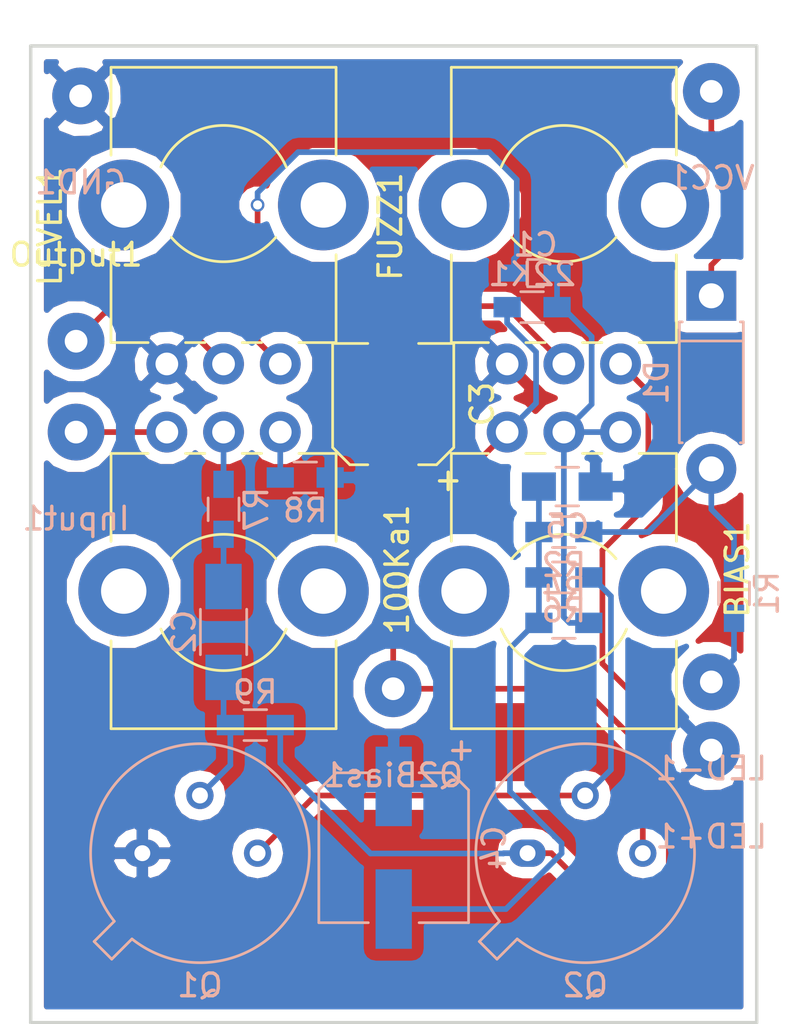
<source format=kicad_pcb>
(kicad_pcb (version 4) (host pcbnew 4.0.7)

  (general
    (links 36)
    (no_connects 0)
    (area 188.924999 85.924999 221.075001 129.075001)
    (thickness 1.6)
    (drawings 4)
    (tracks 95)
    (zones 0)
    (modules 27)
    (nets 18)
  )

  (page A4)
  (layers
    (0 F.Cu signal)
    (31 B.Cu signal)
    (32 B.Adhes user)
    (33 F.Adhes user)
    (34 B.Paste user)
    (35 F.Paste user)
    (36 B.SilkS user)
    (37 F.SilkS user)
    (38 B.Mask user)
    (39 F.Mask user)
    (40 Dwgs.User user)
    (41 Cmts.User user)
    (42 Eco1.User user)
    (43 Eco2.User user)
    (44 Edge.Cuts user)
    (45 Margin user)
    (46 B.CrtYd user)
    (47 F.CrtYd user)
    (48 B.Fab user)
    (49 F.Fab user)
  )

  (setup
    (last_trace_width 0.25)
    (trace_clearance 0.2)
    (zone_clearance 0.508)
    (zone_45_only no)
    (trace_min 0.2)
    (segment_width 0.2)
    (edge_width 0.15)
    (via_size 0.6)
    (via_drill 0.4)
    (via_min_size 0.4)
    (via_min_drill 0.3)
    (uvia_size 0.3)
    (uvia_drill 0.1)
    (uvias_allowed no)
    (uvia_min_size 0.2)
    (uvia_min_drill 0.1)
    (pcb_text_width 0.3)
    (pcb_text_size 1.5 1.5)
    (mod_edge_width 0.15)
    (mod_text_size 1 1)
    (mod_text_width 0.15)
    (pad_size 2.49936 2.49936)
    (pad_drill 1.00076)
    (pad_to_mask_clearance 0.2)
    (aux_axis_origin 0 0)
    (visible_elements 7FFFFFFF)
    (pcbplotparams
      (layerselection 0x00030_80000001)
      (usegerberextensions false)
      (excludeedgelayer true)
      (linewidth 0.100000)
      (plotframeref false)
      (viasonmask false)
      (mode 1)
      (useauxorigin false)
      (hpglpennumber 1)
      (hpglpenspeed 20)
      (hpglpendiameter 15)
      (hpglpenoverlay 2)
      (psnegative false)
      (psa4output false)
      (plotreference true)
      (plotvalue true)
      (plotinvisibletext false)
      (padsonsilk false)
      (subtractmaskfromsilk false)
      (outputformat 1)
      (mirror false)
      (drillshape 1)
      (scaleselection 1)
      (outputdirectory ""))
  )

  (net 0 "")
  (net 1 "Net-(22K1-Pad1)")
  (net 2 "Net-(22K1-Pad2)")
  (net 3 VCC)
  (net 4 GND)
  (net 5 "Net-(LED-1-Pad1)")
  (net 6 "Net-(C4-Pad2)")
  (net 7 "Net-(Q1-Pad3)")
  (net 8 "Net-(C2-Pad1)")
  (net 9 "Net-(100Ka1-Pad2)")
  (net 10 "Net-(100Ka1-Pad3)")
  (net 11 "Net-(FUZZ1-Pad1)")
  (net 12 "Net-(C2-Pad2)")
  (net 13 "Net-(100Ka1-Pad1)")
  (net 14 "Net-(C3-Pad2)")
  (net 15 "Net-(C1-Pad2)")
  (net 16 "Net-(LEVEL1-Pad2)")
  (net 17 "Net-(D1-Pad2)")

  (net_class Default "This is the default net class."
    (clearance 0.2)
    (trace_width 0.25)
    (via_dia 0.6)
    (via_drill 0.4)
    (uvia_dia 0.3)
    (uvia_drill 0.1)
    (add_net GND)
    (add_net "Net-(100Ka1-Pad1)")
    (add_net "Net-(100Ka1-Pad2)")
    (add_net "Net-(100Ka1-Pad3)")
    (add_net "Net-(22K1-Pad1)")
    (add_net "Net-(22K1-Pad2)")
    (add_net "Net-(C1-Pad2)")
    (add_net "Net-(C2-Pad1)")
    (add_net "Net-(C2-Pad2)")
    (add_net "Net-(C3-Pad2)")
    (add_net "Net-(C4-Pad2)")
    (add_net "Net-(D1-Pad2)")
    (add_net "Net-(FUZZ1-Pad1)")
    (add_net "Net-(LED-1-Pad1)")
    (add_net "Net-(LEVEL1-Pad2)")
    (add_net "Net-(Q1-Pad3)")
    (add_net VCC)
  )

  (module Potentiometers:Potentiometer_Alps_RK09K_Horizontal (layer F.Cu) (tedit 58826B09) (tstamp 5BE0B9C3)
    (at 215 100 90)
    (descr "Potentiometer, horizontally mounted, Omeg PC16PU, Omeg PC16PU, Omeg PC16PU, Vishay/Spectrol 248GJ/249GJ Single, Vishay/Spectrol 248GJ/249GJ Single, Vishay/Spectrol 248GJ/249GJ Single, Vishay/Spectrol 248GH/249GH Single, Vishay/Spectrol 148/149 Single, Vishay/Spectrol 148/149 Single, Vishay/Spectrol 148/149 Single, Vishay/Spectrol 148A/149A Single with mounting plates, Vishay/Spectrol 148/149 Double, Vishay/Spectrol 148A/149A Double with mounting plates, Piher PC-16 Single, Piher PC-16 Single, Piher PC-16 Single, Piher PC-16SV Single, Piher PC-16 Double, Piher PC-16 Triple, Piher T16H Single, Piher T16L Single, Piher T16H Double, Alps RK163 Single, Alps RK163 Double, Alps RK097 Single, Alps RK097 Double, Bourns PTV09A-2 Single with mounting sleve Single, Bourns PTV09A-1 with mounting sleve Single, Bourns PRS11S Single, Alps RK09K Single with mounting sleve Single, Alps RK09K with mounting sleve Single, http://www.alps.com/prod/info/E/HTML/Potentiometer/RotaryPotentiometers/RK09K/RK09D1130C1B.html")
    (tags "Potentiometer horizontal  Omeg PC16PU  Omeg PC16PU  Omeg PC16PU  Vishay/Spectrol 248GJ/249GJ Single  Vishay/Spectrol 248GJ/249GJ Single  Vishay/Spectrol 248GJ/249GJ Single  Vishay/Spectrol 248GH/249GH Single  Vishay/Spectrol 148/149 Single  Vishay/Spectrol 148/149 Single  Vishay/Spectrol 148/149 Single  Vishay/Spectrol 148A/149A Single with mounting plates  Vishay/Spectrol 148/149 Double  Vishay/Spectrol 148A/149A Double with mounting plates  Piher PC-16 Single  Piher PC-16 Single  Piher PC-16 Single  Piher PC-16SV Single  Piher PC-16 Double  Piher PC-16 Triple  Piher T16H Single  Piher T16L Single  Piher T16H Double  Alps RK163 Single  Alps RK163 Double  Alps RK097 Single  Alps RK097 Double  Bourns PTV09A-2 Single with mounting sleve Single  Bourns PTV09A-1 with mounting sleve Single  Bourns PRS11S Single  Alps RK09K Single with mounting sleve Single  Alps RK09K with mounting sleve Single")
    (path /5A880D07)
    (fp_text reference FUZZ1 (at 6.05 -10.15 90) (layer F.SilkS)
      (effects (font (size 1 1) (thickness 0.15)))
    )
    (fp_text value C1k (at 6.05 5.15 90) (layer F.Fab)
      (effects (font (size 1 1) (thickness 0.15)))
    )
    (fp_arc (start 7.5 -2.5) (end 8.673 0.262) (angle -134) (layer F.SilkS) (width 0.12))
    (fp_arc (start 7.5 -2.5) (end 5.572 -4.798) (angle -100) (layer F.SilkS) (width 0.12))
    (fp_circle (center 7.5 -2.5) (end 10.75 -2.5) (layer F.Fab) (width 0.1))
    (fp_circle (center 7.5 -2.5) (end 10.5 -2.5) (layer F.Fab) (width 0.1))
    (fp_line (start 1 -7.4) (end 1 2.4) (layer F.Fab) (width 0.1))
    (fp_line (start 1 2.4) (end 13 2.4) (layer F.Fab) (width 0.1))
    (fp_line (start 13 2.4) (end 13 -7.4) (layer F.Fab) (width 0.1))
    (fp_line (start 13 -7.4) (end 1 -7.4) (layer F.Fab) (width 0.1))
    (fp_line (start 0.94 -7.461) (end 4.806 -7.461) (layer F.SilkS) (width 0.12))
    (fp_line (start 9.195 -7.461) (end 13.06 -7.461) (layer F.SilkS) (width 0.12))
    (fp_line (start 0.94 2.46) (end 4.806 2.46) (layer F.SilkS) (width 0.12))
    (fp_line (start 9.195 2.46) (end 13.06 2.46) (layer F.SilkS) (width 0.12))
    (fp_line (start 0.94 -7.461) (end 0.94 -5.825) (layer F.SilkS) (width 0.12))
    (fp_line (start 0.94 -4.175) (end 0.94 -3.325) (layer F.SilkS) (width 0.12))
    (fp_line (start 0.94 -1.675) (end 0.94 -0.825) (layer F.SilkS) (width 0.12))
    (fp_line (start 0.94 0.825) (end 0.94 2.46) (layer F.SilkS) (width 0.12))
    (fp_line (start 13.06 -7.461) (end 13.06 2.46) (layer F.SilkS) (width 0.12))
    (fp_line (start -1.15 -9.15) (end -1.15 4.15) (layer F.CrtYd) (width 0.05))
    (fp_line (start -1.15 4.15) (end 13.25 4.15) (layer F.CrtYd) (width 0.05))
    (fp_line (start 13.25 4.15) (end 13.25 -9.15) (layer F.CrtYd) (width 0.05))
    (fp_line (start 13.25 -9.15) (end -1.15 -9.15) (layer F.CrtYd) (width 0.05))
    (pad 3 thru_hole circle (at 0 -5 90) (size 1.8 1.8) (drill 1) (layers *.Cu *.Mask)
      (net 4 GND))
    (pad 2 thru_hole circle (at 0 -2.5 90) (size 1.8 1.8) (drill 1) (layers *.Cu *.Mask)
      (net 14 "Net-(C3-Pad2)"))
    (pad 1 thru_hole circle (at 0 0 90) (size 1.8 1.8) (drill 1) (layers *.Cu *.Mask)
      (net 11 "Net-(FUZZ1-Pad1)"))
    (pad 0 np_thru_hole circle (at 7 -6.9 90) (size 4 4) (drill 2) (layers *.Cu *.Mask))
    (pad 0 np_thru_hole circle (at 7 1.9 90) (size 4 4) (drill 2) (layers *.Cu *.Mask))
    (model Potentiometers.3dshapes/Potentiometer_Alps_RK09K_Horizontal.wrl
      (at (xyz 0 0 0))
      (scale (xyz 0.393701 0.393701 0.393701))
      (rotate (xyz 0 0 0))
    )
  )

  (module Capacitors_SMD:CP_Elec_5x5.8 (layer F.Cu) (tedit 58AA8B00) (tstamp 5BE08ACE)
    (at 204.978 101.768 90)
    (descr "SMT capacitor, aluminium electrolytic, 5x5.8")
    (path /5A880DF8)
    (attr smd)
    (fp_text reference C3 (at 0 3.92 90) (layer F.SilkS)
      (effects (font (size 1 1) (thickness 0.15)))
    )
    (fp_text value 22u (at 0 -3.92 90) (layer F.Fab)
      (effects (font (size 1 1) (thickness 0.15)))
    )
    (fp_circle (center 0 0) (end 0.1 2.4) (layer F.Fab) (width 0.1))
    (fp_text user + (at -1.38 -0.06 90) (layer F.Fab)
      (effects (font (size 1 1) (thickness 0.15)))
    )
    (fp_text user + (at -3.38 2.35 90) (layer F.SilkS)
      (effects (font (size 1 1) (thickness 0.15)))
    )
    (fp_text user %R (at 0 3.92 90) (layer F.Fab)
      (effects (font (size 1 1) (thickness 0.15)))
    )
    (fp_line (start 2.51 2.51) (end 2.51 -2.51) (layer F.Fab) (width 0.1))
    (fp_line (start -1.84 2.51) (end 2.51 2.51) (layer F.Fab) (width 0.1))
    (fp_line (start -2.51 1.84) (end -1.84 2.51) (layer F.Fab) (width 0.1))
    (fp_line (start -2.51 -1.84) (end -2.51 1.84) (layer F.Fab) (width 0.1))
    (fp_line (start -1.84 -2.51) (end -2.51 -1.84) (layer F.Fab) (width 0.1))
    (fp_line (start 2.51 -2.51) (end -1.84 -2.51) (layer F.Fab) (width 0.1))
    (fp_line (start 2.67 2.67) (end 2.67 1.12) (layer F.SilkS) (width 0.12))
    (fp_line (start 2.67 -2.67) (end 2.67 -1.12) (layer F.SilkS) (width 0.12))
    (fp_line (start -2.67 1.91) (end -2.67 1.12) (layer F.SilkS) (width 0.12))
    (fp_line (start -2.67 -1.91) (end -2.67 -1.12) (layer F.SilkS) (width 0.12))
    (fp_line (start 2.67 -2.67) (end -1.91 -2.67) (layer F.SilkS) (width 0.12))
    (fp_line (start -1.91 -2.67) (end -2.67 -1.91) (layer F.SilkS) (width 0.12))
    (fp_line (start -2.67 1.91) (end -1.91 2.67) (layer F.SilkS) (width 0.12))
    (fp_line (start -1.91 2.67) (end 2.67 2.67) (layer F.SilkS) (width 0.12))
    (fp_line (start -3.95 -2.77) (end 3.95 -2.77) (layer F.CrtYd) (width 0.05))
    (fp_line (start -3.95 -2.77) (end -3.95 2.76) (layer F.CrtYd) (width 0.05))
    (fp_line (start 3.95 2.76) (end 3.95 -2.77) (layer F.CrtYd) (width 0.05))
    (fp_line (start 3.95 2.76) (end -3.95 2.76) (layer F.CrtYd) (width 0.05))
    (pad 1 smd rect (at -2.2 0 270) (size 3 1.6) (layers F.Cu F.Paste F.Mask)
      (net 4 GND))
    (pad 2 smd rect (at 2.2 0 270) (size 3 1.6) (layers F.Cu F.Paste F.Mask)
      (net 14 "Net-(C3-Pad2)"))
    (model Capacitors_SMD.3dshapes/CP_Elec_5x5.8.wrl
      (at (xyz 0 0 0))
      (scale (xyz 1 1 1))
      (rotate (xyz 0 0 180))
    )
  )

  (module Resistors_SMD:R_0603_HandSoldering (layer B.Cu) (tedit 58E0A804) (tstamp 5BE0894F)
    (at 211.1 97.5 180)
    (descr "Resistor SMD 0603, hand soldering")
    (tags "resistor 0603")
    (path /5A8816D5)
    (attr smd)
    (fp_text reference 22K1 (at 0 1.45 180) (layer B.SilkS)
      (effects (font (size 1 1) (thickness 0.15)) (justify mirror))
    )
    (fp_text value 22k (at 0 -1.55 180) (layer B.Fab)
      (effects (font (size 1 1) (thickness 0.15)) (justify mirror))
    )
    (fp_text user %R (at 0 0 180) (layer B.Fab)
      (effects (font (size 0.4 0.4) (thickness 0.075)) (justify mirror))
    )
    (fp_line (start -0.8 -0.4) (end -0.8 0.4) (layer B.Fab) (width 0.1))
    (fp_line (start 0.8 -0.4) (end -0.8 -0.4) (layer B.Fab) (width 0.1))
    (fp_line (start 0.8 0.4) (end 0.8 -0.4) (layer B.Fab) (width 0.1))
    (fp_line (start -0.8 0.4) (end 0.8 0.4) (layer B.Fab) (width 0.1))
    (fp_line (start 0.5 -0.68) (end -0.5 -0.68) (layer B.SilkS) (width 0.12))
    (fp_line (start -0.5 0.68) (end 0.5 0.68) (layer B.SilkS) (width 0.12))
    (fp_line (start -1.96 0.7) (end 1.95 0.7) (layer B.CrtYd) (width 0.05))
    (fp_line (start -1.96 0.7) (end -1.96 -0.7) (layer B.CrtYd) (width 0.05))
    (fp_line (start 1.95 -0.7) (end 1.95 0.7) (layer B.CrtYd) (width 0.05))
    (fp_line (start 1.95 -0.7) (end -1.96 -0.7) (layer B.CrtYd) (width 0.05))
    (pad 1 smd rect (at -1.1 0 180) (size 1.2 0.9) (layers B.Cu B.Paste B.Mask)
      (net 1 "Net-(22K1-Pad1)"))
    (pad 2 smd rect (at 1.1 0 180) (size 1.2 0.9) (layers B.Cu B.Paste B.Mask)
      (net 2 "Net-(22K1-Pad2)"))
    (model ${KISYS3DMOD}/Resistors_SMD.3dshapes/R_0603.wrl
      (at (xyz 0 0 0))
      (scale (xyz 1 1 1))
      (rotate (xyz 0 0 0))
    )
  )

  (module Wire_Pads:SolderWirePad_single_1mmDrill (layer B.Cu) (tedit 0) (tstamp 5BE08996)
    (at 191.2 88.2)
    (path /5A89569B)
    (fp_text reference GND1 (at 0 3.81) (layer B.SilkS)
      (effects (font (size 1 1) (thickness 0.15)) (justify mirror))
    )
    (fp_text value GND (at -1.905 -3.175) (layer B.Fab)
      (effects (font (size 1 1) (thickness 0.15)) (justify mirror))
    )
    (pad 1 thru_hole circle (at 0 0) (size 2.49936 2.49936) (drill 1.00076) (layers *.Cu *.Mask)
      (net 4 GND))
  )

  (module Wire_Pads:SolderWirePad_single_1mmDrill (layer B.Cu) (tedit 0) (tstamp 5BE0899B)
    (at 191 103)
    (path /5A908B76)
    (fp_text reference Input1 (at 0 3.81) (layer B.SilkS)
      (effects (font (size 1 1) (thickness 0.15)) (justify mirror))
    )
    (fp_text value I (at -1.905 -3.175) (layer B.Fab)
      (effects (font (size 1 1) (thickness 0.15)) (justify mirror))
    )
    (pad 1 thru_hole circle (at 0 0) (size 2.49936 2.49936) (drill 1.00076) (layers *.Cu *.Mask)
      (net 13 "Net-(100Ka1-Pad1)"))
  )

  (module Wire_Pads:SolderWirePad_single_1mmDrill (layer B.Cu) (tedit 0) (tstamp 5BE089A0)
    (at 219 117)
    (path /5A89561E)
    (fp_text reference LED+1 (at 0 3.81) (layer B.SilkS)
      (effects (font (size 1 1) (thickness 0.15)) (justify mirror))
    )
    (fp_text value LED+ (at -1.905 -3.175) (layer B.Fab)
      (effects (font (size 1 1) (thickness 0.15)) (justify mirror))
    )
    (pad 1 thru_hole circle (at 0 0) (size 2.49936 2.49936) (drill 1.00076) (layers *.Cu *.Mask)
      (net 4 GND))
  )

  (module Wire_Pads:SolderWirePad_single_1mmDrill (layer B.Cu) (tedit 0) (tstamp 5BE089A5)
    (at 219 114)
    (path /5A894578)
    (fp_text reference LED-1 (at 0 3.81) (layer B.SilkS)
      (effects (font (size 1 1) (thickness 0.15)) (justify mirror))
    )
    (fp_text value LED- (at -1.905 -3.175) (layer B.Fab)
      (effects (font (size 1 1) (thickness 0.15)) (justify mirror))
    )
    (pad 1 thru_hole circle (at 0 0) (size 2.49936 2.49936) (drill 1.00076) (layers *.Cu *.Mask)
      (net 5 "Net-(LED-1-Pad1)"))
  )

  (module Wire_Pads:SolderWirePad_single_1mmDrill (layer B.Cu) (tedit 0) (tstamp 5BE089C6)
    (at 204.978 114.3)
    (path /5A901C60)
    (fp_text reference Q2Bias1 (at 0 3.81) (layer B.SilkS)
      (effects (font (size 1 1) (thickness 0.15)) (justify mirror))
    )
    (fp_text value Q2Bias (at -1.905 -3.175) (layer B.Fab)
      (effects (font (size 1 1) (thickness 0.15)) (justify mirror))
    )
    (pad 1 thru_hole circle (at 0 0) (size 2.49936 2.49936) (drill 1.00076) (layers *.Cu *.Mask)
      (net 2 "Net-(22K1-Pad2)"))
  )

  (module Wire_Pads:SolderWirePad_single_1mmDrill (layer B.Cu) (tedit 0) (tstamp 5BE089CB)
    (at 219 88)
    (path /5A894827)
    (fp_text reference VCC1 (at 0 3.81) (layer B.SilkS)
      (effects (font (size 1 1) (thickness 0.15)) (justify mirror))
    )
    (fp_text value -9V (at -1.905 -3.175) (layer B.Fab)
      (effects (font (size 1 1) (thickness 0.15)) (justify mirror))
    )
    (pad 1 thru_hole circle (at 0 0) (size 2.49936 2.49936) (drill 1.00076) (layers *.Cu *.Mask)
      (net 3 VCC))
  )

  (module Capacitors_SMD:C_0603_HandSoldering (layer B.Cu) (tedit 58AA848B) (tstamp 5BE08AA1)
    (at 211.25 96 180)
    (descr "Capacitor SMD 0603, hand soldering")
    (tags "capacitor 0603")
    (path /5A881AD2)
    (attr smd)
    (fp_text reference C1 (at 0 1.25 180) (layer B.SilkS)
      (effects (font (size 1 1) (thickness 0.15)) (justify mirror))
    )
    (fp_text value 0.01 (at 0 -1.5 180) (layer B.Fab)
      (effects (font (size 1 1) (thickness 0.15)) (justify mirror))
    )
    (fp_text user %R (at 0 1.25 180) (layer B.Fab)
      (effects (font (size 1 1) (thickness 0.15)) (justify mirror))
    )
    (fp_line (start -0.8 -0.4) (end -0.8 0.4) (layer B.Fab) (width 0.1))
    (fp_line (start 0.8 -0.4) (end -0.8 -0.4) (layer B.Fab) (width 0.1))
    (fp_line (start 0.8 0.4) (end 0.8 -0.4) (layer B.Fab) (width 0.1))
    (fp_line (start -0.8 0.4) (end 0.8 0.4) (layer B.Fab) (width 0.1))
    (fp_line (start -0.35 0.6) (end 0.35 0.6) (layer B.SilkS) (width 0.12))
    (fp_line (start 0.35 -0.6) (end -0.35 -0.6) (layer B.SilkS) (width 0.12))
    (fp_line (start -1.8 0.65) (end 1.8 0.65) (layer B.CrtYd) (width 0.05))
    (fp_line (start -1.8 0.65) (end -1.8 -0.65) (layer B.CrtYd) (width 0.05))
    (fp_line (start 1.8 -0.65) (end 1.8 0.65) (layer B.CrtYd) (width 0.05))
    (fp_line (start 1.8 -0.65) (end -1.8 -0.65) (layer B.CrtYd) (width 0.05))
    (pad 1 smd rect (at -0.95 0 180) (size 1.2 0.75) (layers B.Cu B.Paste B.Mask)
      (net 1 "Net-(22K1-Pad1)"))
    (pad 2 smd rect (at 0.95 0 180) (size 1.2 0.75) (layers B.Cu B.Paste B.Mask)
      (net 15 "Net-(C1-Pad2)"))
    (model Capacitors_SMD.3dshapes/C_0603.wrl
      (at (xyz 0 0 0))
      (scale (xyz 1 1 1))
      (rotate (xyz 0 0 0))
    )
  )

  (module Capacitors_SMD:C_1206_HandSoldering (layer B.Cu) (tedit 58AA84D1) (tstamp 5BE08AB2)
    (at 197.5 111.8 270)
    (descr "Capacitor SMD 1206, hand soldering")
    (tags "capacitor 1206")
    (path /5A880A8B)
    (attr smd)
    (fp_text reference C2 (at 0 1.75 270) (layer B.SilkS)
      (effects (font (size 1 1) (thickness 0.15)) (justify mirror))
    )
    (fp_text value 2.2 (at 0 -2 270) (layer B.Fab)
      (effects (font (size 1 1) (thickness 0.15)) (justify mirror))
    )
    (fp_text user %R (at 0 1.75 270) (layer B.Fab)
      (effects (font (size 1 1) (thickness 0.15)) (justify mirror))
    )
    (fp_line (start -1.6 -0.8) (end -1.6 0.8) (layer B.Fab) (width 0.1))
    (fp_line (start 1.6 -0.8) (end -1.6 -0.8) (layer B.Fab) (width 0.1))
    (fp_line (start 1.6 0.8) (end 1.6 -0.8) (layer B.Fab) (width 0.1))
    (fp_line (start -1.6 0.8) (end 1.6 0.8) (layer B.Fab) (width 0.1))
    (fp_line (start 1 1.02) (end -1 1.02) (layer B.SilkS) (width 0.12))
    (fp_line (start -1 -1.02) (end 1 -1.02) (layer B.SilkS) (width 0.12))
    (fp_line (start -3.25 1.05) (end 3.25 1.05) (layer B.CrtYd) (width 0.05))
    (fp_line (start -3.25 1.05) (end -3.25 -1.05) (layer B.CrtYd) (width 0.05))
    (fp_line (start 3.25 -1.05) (end 3.25 1.05) (layer B.CrtYd) (width 0.05))
    (fp_line (start 3.25 -1.05) (end -3.25 -1.05) (layer B.CrtYd) (width 0.05))
    (pad 1 smd rect (at -2 0 270) (size 2 1.6) (layers B.Cu B.Paste B.Mask)
      (net 8 "Net-(C2-Pad1)"))
    (pad 2 smd rect (at 2 0 270) (size 2 1.6) (layers B.Cu B.Paste B.Mask)
      (net 12 "Net-(C2-Pad2)"))
    (model Capacitors_SMD.3dshapes/C_1206.wrl
      (at (xyz 0 0 0))
      (scale (xyz 1 1 1))
      (rotate (xyz 0 0 0))
    )
  )

  (module Capacitors_SMD:CP_Elec_6.3x7.7 (layer B.Cu) (tedit 58AA8B76) (tstamp 5BE08AEA)
    (at 205 121.3 270)
    (descr "SMT capacitor, aluminium electrolytic, 6.3x7.7")
    (path /5A882298)
    (attr smd)
    (fp_text reference C4 (at 0 -4.43 270) (layer B.SilkS)
      (effects (font (size 1 1) (thickness 0.15)) (justify mirror))
    )
    (fp_text value 100u (at 0 4.43 270) (layer B.Fab)
      (effects (font (size 1 1) (thickness 0.15)) (justify mirror))
    )
    (fp_circle (center 0 0) (end 0.5 -3) (layer B.Fab) (width 0.1))
    (fp_text user + (at -1.73 0.08 270) (layer B.Fab)
      (effects (font (size 1 1) (thickness 0.15)) (justify mirror))
    )
    (fp_text user + (at -4.28 -2.91 270) (layer B.SilkS)
      (effects (font (size 1 1) (thickness 0.15)) (justify mirror))
    )
    (fp_text user %R (at 0 -4.43 270) (layer B.Fab)
      (effects (font (size 1 1) (thickness 0.15)) (justify mirror))
    )
    (fp_line (start 3.15 -3.15) (end 3.15 3.15) (layer B.Fab) (width 0.1))
    (fp_line (start -2.48 -3.15) (end 3.15 -3.15) (layer B.Fab) (width 0.1))
    (fp_line (start -3.15 -2.48) (end -2.48 -3.15) (layer B.Fab) (width 0.1))
    (fp_line (start -3.15 2.48) (end -3.15 -2.48) (layer B.Fab) (width 0.1))
    (fp_line (start -2.48 3.15) (end -3.15 2.48) (layer B.Fab) (width 0.1))
    (fp_line (start 3.15 3.15) (end -2.48 3.15) (layer B.Fab) (width 0.1))
    (fp_line (start -3.3 -2.54) (end -3.3 -1.12) (layer B.SilkS) (width 0.12))
    (fp_line (start 3.3 -3.3) (end 3.3 -1.12) (layer B.SilkS) (width 0.12))
    (fp_line (start 3.3 3.3) (end 3.3 1.12) (layer B.SilkS) (width 0.12))
    (fp_line (start -3.3 2.54) (end -3.3 1.12) (layer B.SilkS) (width 0.12))
    (fp_line (start 3.3 -3.3) (end -2.54 -3.3) (layer B.SilkS) (width 0.12))
    (fp_line (start -2.54 -3.3) (end -3.3 -2.54) (layer B.SilkS) (width 0.12))
    (fp_line (start -3.3 2.54) (end -2.54 3.3) (layer B.SilkS) (width 0.12))
    (fp_line (start -2.54 3.3) (end 3.3 3.3) (layer B.SilkS) (width 0.12))
    (fp_line (start -4.7 3.4) (end 4.7 3.4) (layer B.CrtYd) (width 0.05))
    (fp_line (start -4.7 3.4) (end -4.7 -3.4) (layer B.CrtYd) (width 0.05))
    (fp_line (start 4.7 -3.4) (end 4.7 3.4) (layer B.CrtYd) (width 0.05))
    (fp_line (start 4.7 -3.4) (end -4.7 -3.4) (layer B.CrtYd) (width 0.05))
    (pad 1 smd rect (at -2.7 0 90) (size 3.5 1.6) (layers B.Cu B.Paste B.Mask)
      (net 4 GND))
    (pad 2 smd rect (at 2.7 0 90) (size 3.5 1.6) (layers B.Cu B.Paste B.Mask)
      (net 6 "Net-(C4-Pad2)"))
    (model Capacitors_SMD.3dshapes/CP_Elec_6.3x7.7.wrl
      (at (xyz 0 0 0))
      (scale (xyz 1 1 1))
      (rotate (xyz 0 0 180))
    )
  )

  (module Capacitors_SMD:C_0805_HandSoldering (layer B.Cu) (tedit 58AA84A8) (tstamp 5BE08AFB)
    (at 212.65 105.4)
    (descr "Capacitor SMD 0805, hand soldering")
    (tags "capacitor 0805")
    (path /5A88223B)
    (attr smd)
    (fp_text reference C5 (at 0 1.75) (layer B.SilkS)
      (effects (font (size 1 1) (thickness 0.15)) (justify mirror))
    )
    (fp_text value 100n (at 0 -1.75) (layer B.Fab)
      (effects (font (size 1 1) (thickness 0.15)) (justify mirror))
    )
    (fp_text user %R (at 0 1.75) (layer B.Fab)
      (effects (font (size 1 1) (thickness 0.15)) (justify mirror))
    )
    (fp_line (start -1 -0.62) (end -1 0.62) (layer B.Fab) (width 0.1))
    (fp_line (start 1 -0.62) (end -1 -0.62) (layer B.Fab) (width 0.1))
    (fp_line (start 1 0.62) (end 1 -0.62) (layer B.Fab) (width 0.1))
    (fp_line (start -1 0.62) (end 1 0.62) (layer B.Fab) (width 0.1))
    (fp_line (start 0.5 0.85) (end -0.5 0.85) (layer B.SilkS) (width 0.12))
    (fp_line (start -0.5 -0.85) (end 0.5 -0.85) (layer B.SilkS) (width 0.12))
    (fp_line (start -2.25 0.88) (end 2.25 0.88) (layer B.CrtYd) (width 0.05))
    (fp_line (start -2.25 0.88) (end -2.25 -0.87) (layer B.CrtYd) (width 0.05))
    (fp_line (start 2.25 -0.87) (end 2.25 0.88) (layer B.CrtYd) (width 0.05))
    (fp_line (start 2.25 -0.87) (end -2.25 -0.87) (layer B.CrtYd) (width 0.05))
    (pad 1 smd rect (at -1.25 0) (size 1.5 1.25) (layers B.Cu B.Paste B.Mask)
      (net 6 "Net-(C4-Pad2)"))
    (pad 2 smd rect (at 1.25 0) (size 1.5 1.25) (layers B.Cu B.Paste B.Mask)
      (net 4 GND))
    (model Capacitors_SMD.3dshapes/C_0805.wrl
      (at (xyz 0 0 0))
      (scale (xyz 1 1 1))
      (rotate (xyz 0 0 0))
    )
  )

  (module Diodes_THT:D_DO-41_SOD81_P7.62mm_Horizontal (layer B.Cu) (tedit 5921392F) (tstamp 5BE08B14)
    (at 219 97 270)
    (descr "D, DO-41_SOD81 series, Axial, Horizontal, pin pitch=7.62mm, , length*diameter=5.2*2.7mm^2, , http://www.diodes.com/_files/packages/DO-41%20(Plastic).pdf")
    (tags "D DO-41_SOD81 series Axial Horizontal pin pitch 7.62mm  length 5.2mm diameter 2.7mm")
    (path /5A88263C)
    (fp_text reference D1 (at 3.81 2.41 270) (layer B.SilkS)
      (effects (font (size 1 1) (thickness 0.15)) (justify mirror))
    )
    (fp_text value 1N5817 (at 3.81 -2.41 270) (layer B.Fab)
      (effects (font (size 1 1) (thickness 0.15)) (justify mirror))
    )
    (fp_text user %R (at 3.81 0 270) (layer B.Fab)
      (effects (font (size 1 1) (thickness 0.15)) (justify mirror))
    )
    (fp_line (start 1.21 1.35) (end 1.21 -1.35) (layer B.Fab) (width 0.1))
    (fp_line (start 1.21 -1.35) (end 6.41 -1.35) (layer B.Fab) (width 0.1))
    (fp_line (start 6.41 -1.35) (end 6.41 1.35) (layer B.Fab) (width 0.1))
    (fp_line (start 6.41 1.35) (end 1.21 1.35) (layer B.Fab) (width 0.1))
    (fp_line (start 0 0) (end 1.21 0) (layer B.Fab) (width 0.1))
    (fp_line (start 7.62 0) (end 6.41 0) (layer B.Fab) (width 0.1))
    (fp_line (start 1.99 1.35) (end 1.99 -1.35) (layer B.Fab) (width 0.1))
    (fp_line (start 1.15 1.28) (end 1.15 1.41) (layer B.SilkS) (width 0.12))
    (fp_line (start 1.15 1.41) (end 6.47 1.41) (layer B.SilkS) (width 0.12))
    (fp_line (start 6.47 1.41) (end 6.47 1.28) (layer B.SilkS) (width 0.12))
    (fp_line (start 1.15 -1.28) (end 1.15 -1.41) (layer B.SilkS) (width 0.12))
    (fp_line (start 1.15 -1.41) (end 6.47 -1.41) (layer B.SilkS) (width 0.12))
    (fp_line (start 6.47 -1.41) (end 6.47 -1.28) (layer B.SilkS) (width 0.12))
    (fp_line (start 1.99 1.41) (end 1.99 -1.41) (layer B.SilkS) (width 0.12))
    (fp_line (start -1.35 1.7) (end -1.35 -1.7) (layer B.CrtYd) (width 0.05))
    (fp_line (start -1.35 -1.7) (end 9 -1.7) (layer B.CrtYd) (width 0.05))
    (fp_line (start 9 -1.7) (end 9 1.7) (layer B.CrtYd) (width 0.05))
    (fp_line (start 9 1.7) (end -1.35 1.7) (layer B.CrtYd) (width 0.05))
    (pad 1 thru_hole rect (at 0 0 270) (size 2.2 2.2) (drill 1.1) (layers *.Cu *.Mask)
      (net 3 VCC))
    (pad 2 thru_hole oval (at 7.62 0 270) (size 2.2 2.2) (drill 1.1) (layers *.Cu *.Mask)
      (net 17 "Net-(D1-Pad2)"))
    (model ${KISYS3DMOD}/Diodes_THT.3dshapes/D_DO-41_SOD81_P7.62mm_Horizontal.wrl
      (at (xyz 0 0 0))
      (scale (xyz 0.393701 0.393701 0.393701))
      (rotate (xyz 0 0 0))
    )
  )

  (module TO_SOT_Packages_THT:TO-5-3 (layer B.Cu) (tedit 58CE52AF) (tstamp 5BE08B29)
    (at 193.92 121.54)
    (descr TO-5-3)
    (tags TO-5-3)
    (path /5A880B3E)
    (fp_text reference Q1 (at 2.54 5.82) (layer B.SilkS)
      (effects (font (size 1 1) (thickness 0.15)) (justify mirror))
    )
    (fp_text value EFT83C (at 2.54 -5.82) (layer B.Fab)
      (effects (font (size 1 1) (thickness 0.15)) (justify mirror))
    )
    (fp_text user %R (at 2.54 5.82) (layer B.Fab)
      (effects (font (size 1 1) (thickness 0.15)) (justify mirror))
    )
    (fp_line (start -0.465408 3.61352) (end -1.27151 4.419621) (layer B.Fab) (width 0.1))
    (fp_line (start -1.27151 4.419621) (end -1.879621 3.81151) (layer B.Fab) (width 0.1))
    (fp_line (start -1.879621 3.81151) (end -1.07352 3.005408) (layer B.Fab) (width 0.1))
    (fp_line (start -0.457084 3.774902) (end -1.348039 4.665856) (layer B.SilkS) (width 0.12))
    (fp_line (start -1.348039 4.665856) (end -2.125856 3.888039) (layer B.SilkS) (width 0.12))
    (fp_line (start -2.125856 3.888039) (end -1.234902 2.997084) (layer B.SilkS) (width 0.12))
    (fp_line (start -2.41 4.95) (end -2.41 -4.95) (layer B.CrtYd) (width 0.05))
    (fp_line (start -2.41 -4.95) (end 7.49 -4.95) (layer B.CrtYd) (width 0.05))
    (fp_line (start 7.49 -4.95) (end 7.49 4.95) (layer B.CrtYd) (width 0.05))
    (fp_line (start 7.49 4.95) (end -2.41 4.95) (layer B.CrtYd) (width 0.05))
    (fp_circle (center 2.54 0) (end 6.79 0) (layer B.Fab) (width 0.1))
    (fp_arc (start 2.54 0) (end -0.465408 3.61352) (angle -349.5) (layer B.Fab) (width 0.1))
    (fp_arc (start 2.54 0) (end -0.457084 3.774902) (angle -346.9) (layer B.SilkS) (width 0.12))
    (pad 1 thru_hole oval (at 0 0) (size 1.6 1.2) (drill 0.7) (layers *.Cu *.Mask)
      (net 4 GND))
    (pad 2 thru_hole oval (at 2.54 -2.54) (size 1.2 1.2) (drill 0.7) (layers *.Cu *.Mask)
      (net 12 "Net-(C2-Pad2)"))
    (pad 3 thru_hole oval (at 5.08 0) (size 1.2 1.2) (drill 0.7) (layers *.Cu *.Mask)
      (net 7 "Net-(Q1-Pad3)"))
    (model ${KISYS3DMOD}/TO_SOT_Packages_THT.3dshapes/TO-5-3.wrl
      (at (xyz 0 0 0))
      (scale (xyz 0.393701 0.393701 0.393701))
      (rotate (xyz 0 0 0))
    )
  )

  (module TO_SOT_Packages_THT:TO-5-3 (layer B.Cu) (tedit 58CE52AF) (tstamp 5BE08B3E)
    (at 210.9 121.54)
    (descr TO-5-3)
    (tags TO-5-3)
    (path /5A880EDD)
    (fp_text reference Q2 (at 2.54 5.82) (layer B.SilkS)
      (effects (font (size 1 1) (thickness 0.15)) (justify mirror))
    )
    (fp_text value AC122 (at 2.54 -5.82) (layer B.Fab)
      (effects (font (size 1 1) (thickness 0.15)) (justify mirror))
    )
    (fp_text user %R (at 2.54 5.82) (layer B.Fab)
      (effects (font (size 1 1) (thickness 0.15)) (justify mirror))
    )
    (fp_line (start -0.465408 3.61352) (end -1.27151 4.419621) (layer B.Fab) (width 0.1))
    (fp_line (start -1.27151 4.419621) (end -1.879621 3.81151) (layer B.Fab) (width 0.1))
    (fp_line (start -1.879621 3.81151) (end -1.07352 3.005408) (layer B.Fab) (width 0.1))
    (fp_line (start -0.457084 3.774902) (end -1.348039 4.665856) (layer B.SilkS) (width 0.12))
    (fp_line (start -1.348039 4.665856) (end -2.125856 3.888039) (layer B.SilkS) (width 0.12))
    (fp_line (start -2.125856 3.888039) (end -1.234902 2.997084) (layer B.SilkS) (width 0.12))
    (fp_line (start -2.41 4.95) (end -2.41 -4.95) (layer B.CrtYd) (width 0.05))
    (fp_line (start -2.41 -4.95) (end 7.49 -4.95) (layer B.CrtYd) (width 0.05))
    (fp_line (start 7.49 -4.95) (end 7.49 4.95) (layer B.CrtYd) (width 0.05))
    (fp_line (start 7.49 4.95) (end -2.41 4.95) (layer B.CrtYd) (width 0.05))
    (fp_circle (center 2.54 0) (end 6.79 0) (layer B.Fab) (width 0.1))
    (fp_arc (start 2.54 0) (end -0.465408 3.61352) (angle -349.5) (layer B.Fab) (width 0.1))
    (fp_arc (start 2.54 0) (end -0.457084 3.774902) (angle -346.9) (layer B.SilkS) (width 0.12))
    (pad 1 thru_hole oval (at 0 0) (size 1.6 1.2) (drill 0.7) (layers *.Cu *.Mask)
      (net 11 "Net-(FUZZ1-Pad1)"))
    (pad 2 thru_hole oval (at 2.54 -2.54) (size 1.2 1.2) (drill 0.7) (layers *.Cu *.Mask)
      (net 7 "Net-(Q1-Pad3)"))
    (pad 3 thru_hole oval (at 5.08 0) (size 1.2 1.2) (drill 0.7) (layers *.Cu *.Mask)
      (net 2 "Net-(22K1-Pad2)"))
    (model ${KISYS3DMOD}/TO_SOT_Packages_THT.3dshapes/TO-5-3.wrl
      (at (xyz 0 0 0))
      (scale (xyz 0.393701 0.393701 0.393701))
      (rotate (xyz 0 0 0))
    )
  )

  (module Resistors_SMD:R_0603_HandSoldering (layer B.Cu) (tedit 58E0A804) (tstamp 5BE08B4F)
    (at 220 110.1 90)
    (descr "Resistor SMD 0603, hand soldering")
    (tags "resistor 0603")
    (path /5A882683)
    (attr smd)
    (fp_text reference R1 (at 0 1.45 90) (layer B.SilkS)
      (effects (font (size 1 1) (thickness 0.15)) (justify mirror))
    )
    (fp_text value 4.7 (at 0 -1.55 90) (layer B.Fab)
      (effects (font (size 1 1) (thickness 0.15)) (justify mirror))
    )
    (fp_text user %R (at 0 0 90) (layer B.Fab)
      (effects (font (size 0.4 0.4) (thickness 0.075)) (justify mirror))
    )
    (fp_line (start -0.8 -0.4) (end -0.8 0.4) (layer B.Fab) (width 0.1))
    (fp_line (start 0.8 -0.4) (end -0.8 -0.4) (layer B.Fab) (width 0.1))
    (fp_line (start 0.8 0.4) (end 0.8 -0.4) (layer B.Fab) (width 0.1))
    (fp_line (start -0.8 0.4) (end 0.8 0.4) (layer B.Fab) (width 0.1))
    (fp_line (start 0.5 -0.68) (end -0.5 -0.68) (layer B.SilkS) (width 0.12))
    (fp_line (start -0.5 0.68) (end 0.5 0.68) (layer B.SilkS) (width 0.12))
    (fp_line (start -1.96 0.7) (end 1.95 0.7) (layer B.CrtYd) (width 0.05))
    (fp_line (start -1.96 0.7) (end -1.96 -0.7) (layer B.CrtYd) (width 0.05))
    (fp_line (start 1.95 -0.7) (end 1.95 0.7) (layer B.CrtYd) (width 0.05))
    (fp_line (start 1.95 -0.7) (end -1.96 -0.7) (layer B.CrtYd) (width 0.05))
    (pad 1 smd rect (at -1.1 0 90) (size 1.2 0.9) (layers B.Cu B.Paste B.Mask)
      (net 5 "Net-(LED-1-Pad1)"))
    (pad 2 smd rect (at 1.1 0 90) (size 1.2 0.9) (layers B.Cu B.Paste B.Mask)
      (net 17 "Net-(D1-Pad2)"))
    (model ${KISYS3DMOD}/Resistors_SMD.3dshapes/R_0603.wrl
      (at (xyz 0 0 0))
      (scale (xyz 1 1 1))
      (rotate (xyz 0 0 0))
    )
  )

  (module Resistors_SMD:R_0603_HandSoldering (layer B.Cu) (tedit 58E0A804) (tstamp 5BE08B60)
    (at 212.5 107.4)
    (descr "Resistor SMD 0603, hand soldering")
    (tags "resistor 0603")
    (path /5A882500)
    (attr smd)
    (fp_text reference R2 (at 0 1.45) (layer B.SilkS)
      (effects (font (size 1 1) (thickness 0.15)) (justify mirror))
    )
    (fp_text value 100 (at 0 -1.55) (layer B.Fab)
      (effects (font (size 1 1) (thickness 0.15)) (justify mirror))
    )
    (fp_text user %R (at 0 0) (layer B.Fab)
      (effects (font (size 0.4 0.4) (thickness 0.075)) (justify mirror))
    )
    (fp_line (start -0.8 -0.4) (end -0.8 0.4) (layer B.Fab) (width 0.1))
    (fp_line (start 0.8 -0.4) (end -0.8 -0.4) (layer B.Fab) (width 0.1))
    (fp_line (start 0.8 0.4) (end 0.8 -0.4) (layer B.Fab) (width 0.1))
    (fp_line (start -0.8 0.4) (end 0.8 0.4) (layer B.Fab) (width 0.1))
    (fp_line (start 0.5 -0.68) (end -0.5 -0.68) (layer B.SilkS) (width 0.12))
    (fp_line (start -0.5 0.68) (end 0.5 0.68) (layer B.SilkS) (width 0.12))
    (fp_line (start -1.96 0.7) (end 1.95 0.7) (layer B.CrtYd) (width 0.05))
    (fp_line (start -1.96 0.7) (end -1.96 -0.7) (layer B.CrtYd) (width 0.05))
    (fp_line (start 1.95 -0.7) (end 1.95 0.7) (layer B.CrtYd) (width 0.05))
    (fp_line (start 1.95 -0.7) (end -1.96 -0.7) (layer B.CrtYd) (width 0.05))
    (pad 1 smd rect (at -1.1 0) (size 1.2 0.9) (layers B.Cu B.Paste B.Mask)
      (net 6 "Net-(C4-Pad2)"))
    (pad 2 smd rect (at 1.1 0) (size 1.2 0.9) (layers B.Cu B.Paste B.Mask)
      (net 17 "Net-(D1-Pad2)"))
    (model ${KISYS3DMOD}/Resistors_SMD.3dshapes/R_0603.wrl
      (at (xyz 0 0 0))
      (scale (xyz 1 1 1))
      (rotate (xyz 0 0 0))
    )
  )

  (module Resistors_SMD:R_0603_HandSoldering (layer B.Cu) (tedit 58E0A804) (tstamp 5BE08B71)
    (at 212.5 111.4 180)
    (descr "Resistor SMD 0603, hand soldering")
    (tags "resistor 0603")
    (path /5A8818BD)
    (attr smd)
    (fp_text reference R4 (at 0 1.45 180) (layer B.SilkS)
      (effects (font (size 1 1) (thickness 0.15)) (justify mirror))
    )
    (fp_text value 1.5 (at 0 -1.55 180) (layer B.Fab)
      (effects (font (size 1 1) (thickness 0.15)) (justify mirror))
    )
    (fp_text user %R (at 0 0 180) (layer B.Fab)
      (effects (font (size 0.4 0.4) (thickness 0.075)) (justify mirror))
    )
    (fp_line (start -0.8 -0.4) (end -0.8 0.4) (layer B.Fab) (width 0.1))
    (fp_line (start 0.8 -0.4) (end -0.8 -0.4) (layer B.Fab) (width 0.1))
    (fp_line (start 0.8 0.4) (end 0.8 -0.4) (layer B.Fab) (width 0.1))
    (fp_line (start -0.8 0.4) (end 0.8 0.4) (layer B.Fab) (width 0.1))
    (fp_line (start 0.5 -0.68) (end -0.5 -0.68) (layer B.SilkS) (width 0.12))
    (fp_line (start -0.5 0.68) (end 0.5 0.68) (layer B.SilkS) (width 0.12))
    (fp_line (start -1.96 0.7) (end 1.95 0.7) (layer B.CrtYd) (width 0.05))
    (fp_line (start -1.96 0.7) (end -1.96 -0.7) (layer B.CrtYd) (width 0.05))
    (fp_line (start 1.95 -0.7) (end 1.95 0.7) (layer B.CrtYd) (width 0.05))
    (fp_line (start 1.95 -0.7) (end -1.96 -0.7) (layer B.CrtYd) (width 0.05))
    (pad 1 smd rect (at -1.1 0 180) (size 1.2 0.9) (layers B.Cu B.Paste B.Mask)
      (net 1 "Net-(22K1-Pad1)"))
    (pad 2 smd rect (at 1.1 0 180) (size 1.2 0.9) (layers B.Cu B.Paste B.Mask)
      (net 6 "Net-(C4-Pad2)"))
    (model ${KISYS3DMOD}/Resistors_SMD.3dshapes/R_0603.wrl
      (at (xyz 0 0 0))
      (scale (xyz 1 1 1))
      (rotate (xyz 0 0 0))
    )
  )

  (module Resistors_SMD:R_0603_HandSoldering (layer B.Cu) (tedit 58E0A804) (tstamp 5BE08B82)
    (at 212.5 109.4)
    (descr "Resistor SMD 0603, hand soldering")
    (tags "resistor 0603")
    (path /5A881882)
    (attr smd)
    (fp_text reference R6 (at 0 1.45) (layer B.SilkS)
      (effects (font (size 1 1) (thickness 0.15)) (justify mirror))
    )
    (fp_text value 33K (at 0 -1.55) (layer B.Fab)
      (effects (font (size 1 1) (thickness 0.15)) (justify mirror))
    )
    (fp_text user %R (at 0 0) (layer B.Fab)
      (effects (font (size 0.4 0.4) (thickness 0.075)) (justify mirror))
    )
    (fp_line (start -0.8 -0.4) (end -0.8 0.4) (layer B.Fab) (width 0.1))
    (fp_line (start 0.8 -0.4) (end -0.8 -0.4) (layer B.Fab) (width 0.1))
    (fp_line (start 0.8 0.4) (end 0.8 -0.4) (layer B.Fab) (width 0.1))
    (fp_line (start -0.8 0.4) (end 0.8 0.4) (layer B.Fab) (width 0.1))
    (fp_line (start 0.5 -0.68) (end -0.5 -0.68) (layer B.SilkS) (width 0.12))
    (fp_line (start -0.5 0.68) (end 0.5 0.68) (layer B.SilkS) (width 0.12))
    (fp_line (start -1.96 0.7) (end 1.95 0.7) (layer B.CrtYd) (width 0.05))
    (fp_line (start -1.96 0.7) (end -1.96 -0.7) (layer B.CrtYd) (width 0.05))
    (fp_line (start 1.95 -0.7) (end 1.95 0.7) (layer B.CrtYd) (width 0.05))
    (fp_line (start 1.95 -0.7) (end -1.96 -0.7) (layer B.CrtYd) (width 0.05))
    (pad 1 smd rect (at -1.1 0) (size 1.2 0.9) (layers B.Cu B.Paste B.Mask)
      (net 6 "Net-(C4-Pad2)"))
    (pad 2 smd rect (at 1.1 0) (size 1.2 0.9) (layers B.Cu B.Paste B.Mask)
      (net 7 "Net-(Q1-Pad3)"))
    (model ${KISYS3DMOD}/Resistors_SMD.3dshapes/R_0603.wrl
      (at (xyz 0 0 0))
      (scale (xyz 1 1 1))
      (rotate (xyz 0 0 0))
    )
  )

  (module Resistors_SMD:R_0603_HandSoldering (layer B.Cu) (tedit 58E0A804) (tstamp 5BE08B93)
    (at 197.5 106.4 90)
    (descr "Resistor SMD 0603, hand soldering")
    (tags "resistor 0603")
    (path /5A8808EC)
    (attr smd)
    (fp_text reference R7 (at 0 1.45 90) (layer B.SilkS)
      (effects (font (size 1 1) (thickness 0.15)) (justify mirror))
    )
    (fp_text value 10K (at 0 -1.55 90) (layer B.Fab)
      (effects (font (size 1 1) (thickness 0.15)) (justify mirror))
    )
    (fp_text user %R (at 0 0 90) (layer B.Fab)
      (effects (font (size 0.4 0.4) (thickness 0.075)) (justify mirror))
    )
    (fp_line (start -0.8 -0.4) (end -0.8 0.4) (layer B.Fab) (width 0.1))
    (fp_line (start 0.8 -0.4) (end -0.8 -0.4) (layer B.Fab) (width 0.1))
    (fp_line (start 0.8 0.4) (end 0.8 -0.4) (layer B.Fab) (width 0.1))
    (fp_line (start -0.8 0.4) (end 0.8 0.4) (layer B.Fab) (width 0.1))
    (fp_line (start 0.5 -0.68) (end -0.5 -0.68) (layer B.SilkS) (width 0.12))
    (fp_line (start -0.5 0.68) (end 0.5 0.68) (layer B.SilkS) (width 0.12))
    (fp_line (start -1.96 0.7) (end 1.95 0.7) (layer B.CrtYd) (width 0.05))
    (fp_line (start -1.96 0.7) (end -1.96 -0.7) (layer B.CrtYd) (width 0.05))
    (fp_line (start 1.95 -0.7) (end 1.95 0.7) (layer B.CrtYd) (width 0.05))
    (fp_line (start 1.95 -0.7) (end -1.96 -0.7) (layer B.CrtYd) (width 0.05))
    (pad 1 smd rect (at -1.1 0 90) (size 1.2 0.9) (layers B.Cu B.Paste B.Mask)
      (net 8 "Net-(C2-Pad1)"))
    (pad 2 smd rect (at 1.1 0 90) (size 1.2 0.9) (layers B.Cu B.Paste B.Mask)
      (net 9 "Net-(100Ka1-Pad2)"))
    (model ${KISYS3DMOD}/Resistors_SMD.3dshapes/R_0603.wrl
      (at (xyz 0 0 0))
      (scale (xyz 1 1 1))
      (rotate (xyz 0 0 0))
    )
  )

  (module Resistors_SMD:R_0603_HandSoldering (layer B.Cu) (tedit 58E0A804) (tstamp 5BE08BA4)
    (at 201.1 105)
    (descr "Resistor SMD 0603, hand soldering")
    (tags "resistor 0603")
    (path /5A880832)
    (attr smd)
    (fp_text reference R8 (at 0 1.45) (layer B.SilkS)
      (effects (font (size 1 1) (thickness 0.15)) (justify mirror))
    )
    (fp_text value 1K (at 0 -1.55) (layer B.Fab)
      (effects (font (size 1 1) (thickness 0.15)) (justify mirror))
    )
    (fp_text user %R (at 0 0) (layer B.Fab)
      (effects (font (size 0.4 0.4) (thickness 0.075)) (justify mirror))
    )
    (fp_line (start -0.8 -0.4) (end -0.8 0.4) (layer B.Fab) (width 0.1))
    (fp_line (start 0.8 -0.4) (end -0.8 -0.4) (layer B.Fab) (width 0.1))
    (fp_line (start 0.8 0.4) (end 0.8 -0.4) (layer B.Fab) (width 0.1))
    (fp_line (start -0.8 0.4) (end 0.8 0.4) (layer B.Fab) (width 0.1))
    (fp_line (start 0.5 -0.68) (end -0.5 -0.68) (layer B.SilkS) (width 0.12))
    (fp_line (start -0.5 0.68) (end 0.5 0.68) (layer B.SilkS) (width 0.12))
    (fp_line (start -1.96 0.7) (end 1.95 0.7) (layer B.CrtYd) (width 0.05))
    (fp_line (start -1.96 0.7) (end -1.96 -0.7) (layer B.CrtYd) (width 0.05))
    (fp_line (start 1.95 -0.7) (end 1.95 0.7) (layer B.CrtYd) (width 0.05))
    (fp_line (start 1.95 -0.7) (end -1.96 -0.7) (layer B.CrtYd) (width 0.05))
    (pad 1 smd rect (at -1.1 0) (size 1.2 0.9) (layers B.Cu B.Paste B.Mask)
      (net 10 "Net-(100Ka1-Pad3)"))
    (pad 2 smd rect (at 1.1 0) (size 1.2 0.9) (layers B.Cu B.Paste B.Mask)
      (net 4 GND))
    (model ${KISYS3DMOD}/Resistors_SMD.3dshapes/R_0603.wrl
      (at (xyz 0 0 0))
      (scale (xyz 1 1 1))
      (rotate (xyz 0 0 0))
    )
  )

  (module Resistors_SMD:R_0603_HandSoldering (layer B.Cu) (tedit 58E0A804) (tstamp 5BE08BB5)
    (at 198.9 115.9 180)
    (descr "Resistor SMD 0603, hand soldering")
    (tags "resistor 0603")
    (path /5A880BCC)
    (attr smd)
    (fp_text reference R9 (at 0 1.45 180) (layer B.SilkS)
      (effects (font (size 1 1) (thickness 0.15)) (justify mirror))
    )
    (fp_text value 100k (at 0 -1.55 180) (layer B.Fab)
      (effects (font (size 1 1) (thickness 0.15)) (justify mirror))
    )
    (fp_text user %R (at 0 0 180) (layer B.Fab)
      (effects (font (size 0.4 0.4) (thickness 0.075)) (justify mirror))
    )
    (fp_line (start -0.8 -0.4) (end -0.8 0.4) (layer B.Fab) (width 0.1))
    (fp_line (start 0.8 -0.4) (end -0.8 -0.4) (layer B.Fab) (width 0.1))
    (fp_line (start 0.8 0.4) (end 0.8 -0.4) (layer B.Fab) (width 0.1))
    (fp_line (start -0.8 0.4) (end 0.8 0.4) (layer B.Fab) (width 0.1))
    (fp_line (start 0.5 -0.68) (end -0.5 -0.68) (layer B.SilkS) (width 0.12))
    (fp_line (start -0.5 0.68) (end 0.5 0.68) (layer B.SilkS) (width 0.12))
    (fp_line (start -1.96 0.7) (end 1.95 0.7) (layer B.CrtYd) (width 0.05))
    (fp_line (start -1.96 0.7) (end -1.96 -0.7) (layer B.CrtYd) (width 0.05))
    (fp_line (start 1.95 -0.7) (end 1.95 0.7) (layer B.CrtYd) (width 0.05))
    (fp_line (start 1.95 -0.7) (end -1.96 -0.7) (layer B.CrtYd) (width 0.05))
    (pad 1 smd rect (at -1.1 0 180) (size 1.2 0.9) (layers B.Cu B.Paste B.Mask)
      (net 11 "Net-(FUZZ1-Pad1)"))
    (pad 2 smd rect (at 1.1 0 180) (size 1.2 0.9) (layers B.Cu B.Paste B.Mask)
      (net 12 "Net-(C2-Pad2)"))
    (model ${KISYS3DMOD}/Resistors_SMD.3dshapes/R_0603.wrl
      (at (xyz 0 0 0))
      (scale (xyz 1 1 1))
      (rotate (xyz 0 0 0))
    )
  )

  (module Potentiometers:Potentiometer_Alps_RK09K_Horizontal (layer F.Cu) (tedit 58826B09) (tstamp 5BE0B989)
    (at 195 103 270)
    (descr "Potentiometer, horizontally mounted, Omeg PC16PU, Omeg PC16PU, Omeg PC16PU, Vishay/Spectrol 248GJ/249GJ Single, Vishay/Spectrol 248GJ/249GJ Single, Vishay/Spectrol 248GJ/249GJ Single, Vishay/Spectrol 248GH/249GH Single, Vishay/Spectrol 148/149 Single, Vishay/Spectrol 148/149 Single, Vishay/Spectrol 148/149 Single, Vishay/Spectrol 148A/149A Single with mounting plates, Vishay/Spectrol 148/149 Double, Vishay/Spectrol 148A/149A Double with mounting plates, Piher PC-16 Single, Piher PC-16 Single, Piher PC-16 Single, Piher PC-16SV Single, Piher PC-16 Double, Piher PC-16 Triple, Piher T16H Single, Piher T16L Single, Piher T16H Double, Alps RK163 Single, Alps RK163 Double, Alps RK097 Single, Alps RK097 Double, Bourns PTV09A-2 Single with mounting sleve Single, Bourns PTV09A-1 with mounting sleve Single, Bourns PRS11S Single, Alps RK09K Single with mounting sleve Single, Alps RK09K with mounting sleve Single, http://www.alps.com/prod/info/E/HTML/Potentiometer/RotaryPotentiometers/RK09K/RK09D1130C1B.html")
    (tags "Potentiometer horizontal  Omeg PC16PU  Omeg PC16PU  Omeg PC16PU  Vishay/Spectrol 248GJ/249GJ Single  Vishay/Spectrol 248GJ/249GJ Single  Vishay/Spectrol 248GJ/249GJ Single  Vishay/Spectrol 248GH/249GH Single  Vishay/Spectrol 148/149 Single  Vishay/Spectrol 148/149 Single  Vishay/Spectrol 148/149 Single  Vishay/Spectrol 148A/149A Single with mounting plates  Vishay/Spectrol 148/149 Double  Vishay/Spectrol 148A/149A Double with mounting plates  Piher PC-16 Single  Piher PC-16 Single  Piher PC-16 Single  Piher PC-16SV Single  Piher PC-16 Double  Piher PC-16 Triple  Piher T16H Single  Piher T16L Single  Piher T16H Double  Alps RK163 Single  Alps RK163 Double  Alps RK097 Single  Alps RK097 Double  Bourns PTV09A-2 Single with mounting sleve Single  Bourns PTV09A-1 with mounting sleve Single  Bourns PRS11S Single  Alps RK09K Single with mounting sleve Single  Alps RK09K with mounting sleve Single")
    (path /5A880720)
    (fp_text reference 100Ka1 (at 6.05 -10.15 270) (layer F.SilkS)
      (effects (font (size 1 1) (thickness 0.15)))
    )
    (fp_text value PRE (at 6.05 5.15 270) (layer F.Fab)
      (effects (font (size 1 1) (thickness 0.15)))
    )
    (fp_arc (start 7.5 -2.5) (end 8.673 0.262) (angle -134) (layer F.SilkS) (width 0.12))
    (fp_arc (start 7.5 -2.5) (end 5.572 -4.798) (angle -100) (layer F.SilkS) (width 0.12))
    (fp_circle (center 7.5 -2.5) (end 10.75 -2.5) (layer F.Fab) (width 0.1))
    (fp_circle (center 7.5 -2.5) (end 10.5 -2.5) (layer F.Fab) (width 0.1))
    (fp_line (start 1 -7.4) (end 1 2.4) (layer F.Fab) (width 0.1))
    (fp_line (start 1 2.4) (end 13 2.4) (layer F.Fab) (width 0.1))
    (fp_line (start 13 2.4) (end 13 -7.4) (layer F.Fab) (width 0.1))
    (fp_line (start 13 -7.4) (end 1 -7.4) (layer F.Fab) (width 0.1))
    (fp_line (start 0.94 -7.461) (end 4.806 -7.461) (layer F.SilkS) (width 0.12))
    (fp_line (start 9.195 -7.461) (end 13.06 -7.461) (layer F.SilkS) (width 0.12))
    (fp_line (start 0.94 2.46) (end 4.806 2.46) (layer F.SilkS) (width 0.12))
    (fp_line (start 9.195 2.46) (end 13.06 2.46) (layer F.SilkS) (width 0.12))
    (fp_line (start 0.94 -7.461) (end 0.94 -5.825) (layer F.SilkS) (width 0.12))
    (fp_line (start 0.94 -4.175) (end 0.94 -3.325) (layer F.SilkS) (width 0.12))
    (fp_line (start 0.94 -1.675) (end 0.94 -0.825) (layer F.SilkS) (width 0.12))
    (fp_line (start 0.94 0.825) (end 0.94 2.46) (layer F.SilkS) (width 0.12))
    (fp_line (start 13.06 -7.461) (end 13.06 2.46) (layer F.SilkS) (width 0.12))
    (fp_line (start -1.15 -9.15) (end -1.15 4.15) (layer F.CrtYd) (width 0.05))
    (fp_line (start -1.15 4.15) (end 13.25 4.15) (layer F.CrtYd) (width 0.05))
    (fp_line (start 13.25 4.15) (end 13.25 -9.15) (layer F.CrtYd) (width 0.05))
    (fp_line (start 13.25 -9.15) (end -1.15 -9.15) (layer F.CrtYd) (width 0.05))
    (pad 3 thru_hole circle (at 0 -5 270) (size 1.8 1.8) (drill 1) (layers *.Cu *.Mask)
      (net 10 "Net-(100Ka1-Pad3)"))
    (pad 2 thru_hole circle (at 0 -2.5 270) (size 1.8 1.8) (drill 1) (layers *.Cu *.Mask)
      (net 9 "Net-(100Ka1-Pad2)"))
    (pad 1 thru_hole circle (at 0 0 270) (size 1.8 1.8) (drill 1) (layers *.Cu *.Mask)
      (net 13 "Net-(100Ka1-Pad1)"))
    (pad 0 np_thru_hole circle (at 7 -6.9 270) (size 4 4) (drill 2) (layers *.Cu *.Mask))
    (pad 0 np_thru_hole circle (at 7 1.9 270) (size 4 4) (drill 2) (layers *.Cu *.Mask))
    (model Potentiometers.3dshapes/Potentiometer_Alps_RK09K_Horizontal.wrl
      (at (xyz 0 0 0))
      (scale (xyz 0.393701 0.393701 0.393701))
      (rotate (xyz 0 0 0))
    )
  )

  (module Potentiometers:Potentiometer_Alps_RK09K_Horizontal (layer F.Cu) (tedit 58826B09) (tstamp 5BE0B9A6)
    (at 210 103 270)
    (descr "Potentiometer, horizontally mounted, Omeg PC16PU, Omeg PC16PU, Omeg PC16PU, Vishay/Spectrol 248GJ/249GJ Single, Vishay/Spectrol 248GJ/249GJ Single, Vishay/Spectrol 248GJ/249GJ Single, Vishay/Spectrol 248GH/249GH Single, Vishay/Spectrol 148/149 Single, Vishay/Spectrol 148/149 Single, Vishay/Spectrol 148/149 Single, Vishay/Spectrol 148A/149A Single with mounting plates, Vishay/Spectrol 148/149 Double, Vishay/Spectrol 148A/149A Double with mounting plates, Piher PC-16 Single, Piher PC-16 Single, Piher PC-16 Single, Piher PC-16SV Single, Piher PC-16 Double, Piher PC-16 Triple, Piher T16H Single, Piher T16L Single, Piher T16H Double, Alps RK163 Single, Alps RK163 Double, Alps RK097 Single, Alps RK097 Double, Bourns PTV09A-2 Single with mounting sleve Single, Bourns PTV09A-1 with mounting sleve Single, Bourns PRS11S Single, Alps RK09K Single with mounting sleve Single, Alps RK09K with mounting sleve Single, http://www.alps.com/prod/info/E/HTML/Potentiometer/RotaryPotentiometers/RK09K/RK09D1130C1B.html")
    (tags "Potentiometer horizontal  Omeg PC16PU  Omeg PC16PU  Omeg PC16PU  Vishay/Spectrol 248GJ/249GJ Single  Vishay/Spectrol 248GJ/249GJ Single  Vishay/Spectrol 248GJ/249GJ Single  Vishay/Spectrol 248GH/249GH Single  Vishay/Spectrol 148/149 Single  Vishay/Spectrol 148/149 Single  Vishay/Spectrol 148/149 Single  Vishay/Spectrol 148A/149A Single with mounting plates  Vishay/Spectrol 148/149 Double  Vishay/Spectrol 148A/149A Double with mounting plates  Piher PC-16 Single  Piher PC-16 Single  Piher PC-16 Single  Piher PC-16SV Single  Piher PC-16 Double  Piher PC-16 Triple  Piher T16H Single  Piher T16L Single  Piher T16H Double  Alps RK163 Single  Alps RK163 Double  Alps RK097 Single  Alps RK097 Double  Bourns PTV09A-2 Single with mounting sleve Single  Bourns PTV09A-1 with mounting sleve Single  Bourns PRS11S Single  Alps RK09K Single with mounting sleve Single  Alps RK09K with mounting sleve Single")
    (path /5A881672)
    (fp_text reference BIAS1 (at 6.05 -10.15 270) (layer F.SilkS)
      (effects (font (size 1 1) (thickness 0.15)))
    )
    (fp_text value c100K (at 6.05 5.15 270) (layer F.Fab)
      (effects (font (size 1 1) (thickness 0.15)))
    )
    (fp_arc (start 7.5 -2.5) (end 8.673 0.262) (angle -134) (layer F.SilkS) (width 0.12))
    (fp_arc (start 7.5 -2.5) (end 5.572 -4.798) (angle -100) (layer F.SilkS) (width 0.12))
    (fp_circle (center 7.5 -2.5) (end 10.75 -2.5) (layer F.Fab) (width 0.1))
    (fp_circle (center 7.5 -2.5) (end 10.5 -2.5) (layer F.Fab) (width 0.1))
    (fp_line (start 1 -7.4) (end 1 2.4) (layer F.Fab) (width 0.1))
    (fp_line (start 1 2.4) (end 13 2.4) (layer F.Fab) (width 0.1))
    (fp_line (start 13 2.4) (end 13 -7.4) (layer F.Fab) (width 0.1))
    (fp_line (start 13 -7.4) (end 1 -7.4) (layer F.Fab) (width 0.1))
    (fp_line (start 0.94 -7.461) (end 4.806 -7.461) (layer F.SilkS) (width 0.12))
    (fp_line (start 9.195 -7.461) (end 13.06 -7.461) (layer F.SilkS) (width 0.12))
    (fp_line (start 0.94 2.46) (end 4.806 2.46) (layer F.SilkS) (width 0.12))
    (fp_line (start 9.195 2.46) (end 13.06 2.46) (layer F.SilkS) (width 0.12))
    (fp_line (start 0.94 -7.461) (end 0.94 -5.825) (layer F.SilkS) (width 0.12))
    (fp_line (start 0.94 -4.175) (end 0.94 -3.325) (layer F.SilkS) (width 0.12))
    (fp_line (start 0.94 -1.675) (end 0.94 -0.825) (layer F.SilkS) (width 0.12))
    (fp_line (start 0.94 0.825) (end 0.94 2.46) (layer F.SilkS) (width 0.12))
    (fp_line (start 13.06 -7.461) (end 13.06 2.46) (layer F.SilkS) (width 0.12))
    (fp_line (start -1.15 -9.15) (end -1.15 4.15) (layer F.CrtYd) (width 0.05))
    (fp_line (start -1.15 4.15) (end 13.25 4.15) (layer F.CrtYd) (width 0.05))
    (fp_line (start 13.25 4.15) (end 13.25 -9.15) (layer F.CrtYd) (width 0.05))
    (fp_line (start 13.25 -9.15) (end -1.15 -9.15) (layer F.CrtYd) (width 0.05))
    (pad 3 thru_hole circle (at 0 -5 270) (size 1.8 1.8) (drill 1) (layers *.Cu *.Mask)
      (net 1 "Net-(22K1-Pad1)"))
    (pad 2 thru_hole circle (at 0 -2.5 270) (size 1.8 1.8) (drill 1) (layers *.Cu *.Mask)
      (net 1 "Net-(22K1-Pad1)"))
    (pad 1 thru_hole circle (at 0 0 270) (size 1.8 1.8) (drill 1) (layers *.Cu *.Mask)
      (net 2 "Net-(22K1-Pad2)"))
    (pad 0 np_thru_hole circle (at 7 -6.9 270) (size 4 4) (drill 2) (layers *.Cu *.Mask))
    (pad 0 np_thru_hole circle (at 7 1.9 270) (size 4 4) (drill 2) (layers *.Cu *.Mask))
    (model Potentiometers.3dshapes/Potentiometer_Alps_RK09K_Horizontal.wrl
      (at (xyz 0 0 0))
      (scale (xyz 0.393701 0.393701 0.393701))
      (rotate (xyz 0 0 0))
    )
  )

  (module Potentiometers:Potentiometer_Alps_RK09K_Horizontal (layer F.Cu) (tedit 58826B09) (tstamp 5BE0B9E0)
    (at 200 100 90)
    (descr "Potentiometer, horizontally mounted, Omeg PC16PU, Omeg PC16PU, Omeg PC16PU, Vishay/Spectrol 248GJ/249GJ Single, Vishay/Spectrol 248GJ/249GJ Single, Vishay/Spectrol 248GJ/249GJ Single, Vishay/Spectrol 248GH/249GH Single, Vishay/Spectrol 148/149 Single, Vishay/Spectrol 148/149 Single, Vishay/Spectrol 148/149 Single, Vishay/Spectrol 148A/149A Single with mounting plates, Vishay/Spectrol 148/149 Double, Vishay/Spectrol 148A/149A Double with mounting plates, Piher PC-16 Single, Piher PC-16 Single, Piher PC-16 Single, Piher PC-16SV Single, Piher PC-16 Double, Piher PC-16 Triple, Piher T16H Single, Piher T16L Single, Piher T16H Double, Alps RK163 Single, Alps RK163 Double, Alps RK097 Single, Alps RK097 Double, Bourns PTV09A-2 Single with mounting sleve Single, Bourns PTV09A-1 with mounting sleve Single, Bourns PRS11S Single, Alps RK09K Single with mounting sleve Single, Alps RK09K with mounting sleve Single, http://www.alps.com/prod/info/E/HTML/Potentiometer/RotaryPotentiometers/RK09K/RK09D1130C1B.html")
    (tags "Potentiometer horizontal  Omeg PC16PU  Omeg PC16PU  Omeg PC16PU  Vishay/Spectrol 248GJ/249GJ Single  Vishay/Spectrol 248GJ/249GJ Single  Vishay/Spectrol 248GJ/249GJ Single  Vishay/Spectrol 248GH/249GH Single  Vishay/Spectrol 148/149 Single  Vishay/Spectrol 148/149 Single  Vishay/Spectrol 148/149 Single  Vishay/Spectrol 148A/149A Single with mounting plates  Vishay/Spectrol 148/149 Double  Vishay/Spectrol 148A/149A Double with mounting plates  Piher PC-16 Single  Piher PC-16 Single  Piher PC-16 Single  Piher PC-16SV Single  Piher PC-16 Double  Piher PC-16 Triple  Piher T16H Single  Piher T16L Single  Piher T16H Double  Alps RK163 Single  Alps RK163 Double  Alps RK097 Single  Alps RK097 Double  Bourns PTV09A-2 Single with mounting sleve Single  Bourns PTV09A-1 with mounting sleve Single  Bourns PRS11S Single  Alps RK09K Single with mounting sleve Single  Alps RK09K with mounting sleve Single")
    (path /5A881B8F)
    (fp_text reference LEVEL1 (at 6.05 -10.15 90) (layer F.SilkS)
      (effects (font (size 1 1) (thickness 0.15)))
    )
    (fp_text value 500ka (at 6.05 5.15 90) (layer F.Fab)
      (effects (font (size 1 1) (thickness 0.15)))
    )
    (fp_arc (start 7.5 -2.5) (end 8.673 0.262) (angle -134) (layer F.SilkS) (width 0.12))
    (fp_arc (start 7.5 -2.5) (end 5.572 -4.798) (angle -100) (layer F.SilkS) (width 0.12))
    (fp_circle (center 7.5 -2.5) (end 10.75 -2.5) (layer F.Fab) (width 0.1))
    (fp_circle (center 7.5 -2.5) (end 10.5 -2.5) (layer F.Fab) (width 0.1))
    (fp_line (start 1 -7.4) (end 1 2.4) (layer F.Fab) (width 0.1))
    (fp_line (start 1 2.4) (end 13 2.4) (layer F.Fab) (width 0.1))
    (fp_line (start 13 2.4) (end 13 -7.4) (layer F.Fab) (width 0.1))
    (fp_line (start 13 -7.4) (end 1 -7.4) (layer F.Fab) (width 0.1))
    (fp_line (start 0.94 -7.461) (end 4.806 -7.461) (layer F.SilkS) (width 0.12))
    (fp_line (start 9.195 -7.461) (end 13.06 -7.461) (layer F.SilkS) (width 0.12))
    (fp_line (start 0.94 2.46) (end 4.806 2.46) (layer F.SilkS) (width 0.12))
    (fp_line (start 9.195 2.46) (end 13.06 2.46) (layer F.SilkS) (width 0.12))
    (fp_line (start 0.94 -7.461) (end 0.94 -5.825) (layer F.SilkS) (width 0.12))
    (fp_line (start 0.94 -4.175) (end 0.94 -3.325) (layer F.SilkS) (width 0.12))
    (fp_line (start 0.94 -1.675) (end 0.94 -0.825) (layer F.SilkS) (width 0.12))
    (fp_line (start 0.94 0.825) (end 0.94 2.46) (layer F.SilkS) (width 0.12))
    (fp_line (start 13.06 -7.461) (end 13.06 2.46) (layer F.SilkS) (width 0.12))
    (fp_line (start -1.15 -9.15) (end -1.15 4.15) (layer F.CrtYd) (width 0.05))
    (fp_line (start -1.15 4.15) (end 13.25 4.15) (layer F.CrtYd) (width 0.05))
    (fp_line (start 13.25 4.15) (end 13.25 -9.15) (layer F.CrtYd) (width 0.05))
    (fp_line (start 13.25 -9.15) (end -1.15 -9.15) (layer F.CrtYd) (width 0.05))
    (pad 3 thru_hole circle (at 0 -5 90) (size 1.8 1.8) (drill 1) (layers *.Cu *.Mask)
      (net 4 GND))
    (pad 2 thru_hole circle (at 0 -2.5 90) (size 1.8 1.8) (drill 1) (layers *.Cu *.Mask)
      (net 16 "Net-(LEVEL1-Pad2)"))
    (pad 1 thru_hole circle (at 0 0 90) (size 1.8 1.8) (drill 1) (layers *.Cu *.Mask)
      (net 15 "Net-(C1-Pad2)"))
    (pad 0 np_thru_hole circle (at 7 -6.9 90) (size 4 4) (drill 2) (layers *.Cu *.Mask))
    (pad 0 np_thru_hole circle (at 7 1.9 90) (size 4 4) (drill 2) (layers *.Cu *.Mask))
    (model Potentiometers.3dshapes/Potentiometer_Alps_RK09K_Horizontal.wrl
      (at (xyz 0 0 0))
      (scale (xyz 0.393701 0.393701 0.393701))
      (rotate (xyz 0 0 0))
    )
  )

  (module Wire_Pads:SolderWirePad_single_1mmDrill (layer F.Cu) (tedit 0) (tstamp 5BE0AF60)
    (at 191 99)
    (path /5A909ACF)
    (fp_text reference Output1 (at 0 -3.81) (layer F.SilkS)
      (effects (font (size 1 1) (thickness 0.15)))
    )
    (fp_text value O (at -1.905 3.175) (layer F.Fab)
      (effects (font (size 1 1) (thickness 0.15)))
    )
    (pad 1 thru_hole circle (at 0 0) (size 2.49936 2.49936) (drill 1.00076) (layers *.Cu *.Mask)
      (net 16 "Net-(LEVEL1-Pad2)"))
  )

  (gr_line (start 221 86) (end 189 86) (layer Edge.Cuts) (width 0.15))
  (gr_line (start 221 129) (end 221 86) (layer Edge.Cuts) (width 0.15))
  (gr_line (start 189 129) (end 221 129) (layer Edge.Cuts) (width 0.15))
  (gr_line (start 189 86) (end 189 129) (layer Edge.Cuts) (width 0.15))

  (segment (start 213.6 111.4) (end 212.75 111.4) (width 0.25) (layer B.Cu) (net 1))
  (segment (start 212.75 111.4) (end 212.5 111.15) (width 0.25) (layer B.Cu) (net 1))
  (segment (start 212.5 111.15) (end 212.5 104.272792) (width 0.25) (layer B.Cu) (net 1))
  (segment (start 212.5 104.272792) (end 212.5 103) (width 0.25) (layer B.Cu) (net 1))
  (segment (start 215 103) (end 212.5 103) (width 0.25) (layer B.Cu) (net 1))
  (segment (start 212.2 96) (end 212.2 97.5) (width 0.25) (layer B.Cu) (net 1))
  (segment (start 212.2 97.5) (end 212.425 97.5) (width 0.25) (layer B.Cu) (net 1))
  (segment (start 212.425 97.5) (end 213.725001 98.800001) (width 0.25) (layer B.Cu) (net 1))
  (segment (start 213.725001 98.800001) (end 213.725001 101.774999) (width 0.25) (layer B.Cu) (net 1))
  (segment (start 213.725001 101.774999) (end 213.399999 102.100001) (width 0.25) (layer B.Cu) (net 1))
  (segment (start 213.399999 102.100001) (end 212.5 103) (width 0.25) (layer B.Cu) (net 1))
  (segment (start 210 97.5) (end 210 98.2) (width 0.25) (layer B.Cu) (net 2))
  (segment (start 210 98.2) (end 211.274999 99.474999) (width 0.25) (layer B.Cu) (net 2))
  (segment (start 211.274999 99.474999) (end 211.274999 101.725001) (width 0.25) (layer B.Cu) (net 2))
  (segment (start 211.274999 101.725001) (end 210.899999 102.100001) (width 0.25) (layer B.Cu) (net 2))
  (segment (start 210.899999 102.100001) (end 210 103) (width 0.25) (layer B.Cu) (net 2))
  (segment (start 204.978 114.3) (end 213.36 114.3) (width 0.25) (layer F.Cu) (net 2))
  (segment (start 213.36 114.3) (end 215.98 116.92) (width 0.25) (layer F.Cu) (net 2))
  (segment (start 215.98 116.92) (end 215.98 121.54) (width 0.25) (layer F.Cu) (net 2))
  (segment (start 204.978 114.3) (end 204.978 108.022) (width 0.25) (layer F.Cu) (net 2))
  (segment (start 204.978 108.022) (end 210 103) (width 0.25) (layer F.Cu) (net 2))
  (segment (start 219.7 90.467314) (end 219.7 94.95) (width 0.25) (layer F.Cu) (net 3))
  (segment (start 219.7 94.95) (end 219 95.65) (width 0.25) (layer F.Cu) (net 3))
  (segment (start 219 95.65) (end 219 97) (width 0.25) (layer F.Cu) (net 3))
  (segment (start 219 88) (end 219 89.767314) (width 0.25) (layer F.Cu) (net 3))
  (segment (start 219 89.767314) (end 219.7 90.467314) (width 0.25) (layer F.Cu) (net 3))
  (segment (start 220 111.2) (end 220 113) (width 0.25) (layer B.Cu) (net 5))
  (segment (start 220 113) (end 219 114) (width 0.25) (layer B.Cu) (net 5))
  (segment (start 212.4 121.548161) (end 209.948161 124) (width 0.25) (layer B.Cu) (net 6))
  (segment (start 212.4 121.1) (end 212.4 121.548161) (width 0.25) (layer B.Cu) (net 6))
  (segment (start 210.124988 118.824988) (end 212.4 121.1) (width 0.25) (layer B.Cu) (net 6))
  (segment (start 210.124988 112.525012) (end 210.124988 118.824988) (width 0.25) (layer B.Cu) (net 6))
  (segment (start 211.4 111.4) (end 211.25 111.4) (width 0.25) (layer B.Cu) (net 6))
  (segment (start 206.05 124) (end 205 124) (width 0.25) (layer B.Cu) (net 6))
  (segment (start 209.948161 124) (end 206.05 124) (width 0.25) (layer B.Cu) (net 6))
  (segment (start 211.25 111.4) (end 210.124988 112.525012) (width 0.25) (layer B.Cu) (net 6))
  (segment (start 211.4 109.4) (end 211.4 111.4) (width 0.25) (layer B.Cu) (net 6))
  (segment (start 211.4 107.4) (end 211.4 109.4) (width 0.25) (layer B.Cu) (net 6))
  (segment (start 211.4 105.4) (end 211.4 107.4) (width 0.25) (layer B.Cu) (net 6))
  (segment (start 199 121.54) (end 201.54 119) (width 0.25) (layer F.Cu) (net 7))
  (segment (start 201.54 119) (end 213.44 119) (width 0.25) (layer F.Cu) (net 7))
  (segment (start 213.6 109.4) (end 213.75 109.4) (width 0.25) (layer B.Cu) (net 7))
  (segment (start 213.75 109.4) (end 214.574999 110.224999) (width 0.25) (layer B.Cu) (net 7))
  (segment (start 214.574999 110.224999) (end 214.574999 117.865001) (width 0.25) (layer B.Cu) (net 7))
  (segment (start 214.574999 117.865001) (end 214.039999 118.400001) (width 0.25) (layer B.Cu) (net 7))
  (segment (start 214.039999 118.400001) (end 213.44 119) (width 0.25) (layer B.Cu) (net 7))
  (segment (start 197.5 107.5) (end 197.5 109.8) (width 0.25) (layer B.Cu) (net 8))
  (segment (start 197.5 103) (end 197.5 105.3) (width 0.25) (layer B.Cu) (net 9))
  (segment (start 200 103) (end 200 105) (width 0.25) (layer B.Cu) (net 10))
  (segment (start 200 115.9) (end 200 117.575472) (width 0.25) (layer B.Cu) (net 11))
  (segment (start 200 117.575472) (end 203.977721 121.553193) (width 0.25) (layer B.Cu) (net 11))
  (segment (start 203.977721 121.553193) (end 209.836807 121.553193) (width 0.25) (layer B.Cu) (net 11))
  (segment (start 209.836807 121.553193) (end 209.85 121.54) (width 0.25) (layer B.Cu) (net 11))
  (segment (start 209.85 121.54) (end 210.9 121.54) (width 0.25) (layer B.Cu) (net 11))
  (segment (start 215 100) (end 216.225001 101.225001) (width 0.25) (layer F.Cu) (net 11))
  (segment (start 214.2 113.2) (end 217.1274 116.1274) (width 0.25) (layer F.Cu) (net 11))
  (segment (start 216.225001 101.225001) (end 216.225001 106.174999) (width 0.25) (layer F.Cu) (net 11))
  (segment (start 216.225001 106.174999) (end 214.2 108.2) (width 0.25) (layer F.Cu) (net 11))
  (segment (start 214.2 108.2) (end 214.2 113.2) (width 0.25) (layer F.Cu) (net 11))
  (segment (start 217.1274 116.1274) (end 217.1274 122.675531) (width 0.25) (layer F.Cu) (net 11))
  (segment (start 217.1274 122.675531) (end 215.902931 123.9) (width 0.25) (layer F.Cu) (net 11))
  (segment (start 215.902931 123.9) (end 214.31 123.9) (width 0.25) (layer F.Cu) (net 11))
  (segment (start 214.31 123.9) (end 211.95 121.54) (width 0.25) (layer F.Cu) (net 11))
  (segment (start 211.95 121.54) (end 210.9 121.54) (width 0.25) (layer F.Cu) (net 11))
  (segment (start 197.8 115.9) (end 197.8 117.66) (width 0.25) (layer B.Cu) (net 12))
  (segment (start 197.8 117.66) (end 196.46 119) (width 0.25) (layer B.Cu) (net 12))
  (segment (start 197.5 113.8) (end 197.5 115.6) (width 0.25) (layer B.Cu) (net 12))
  (segment (start 197.5 115.6) (end 197.8 115.9) (width 0.25) (layer B.Cu) (net 12))
  (segment (start 191 103) (end 195 103) (width 0.25) (layer F.Cu) (net 13))
  (segment (start 204.978 99.568) (end 206.028 99.568) (width 0.25) (layer F.Cu) (net 14))
  (segment (start 206.028 99.568) (end 208.140585 97.455415) (width 0.25) (layer F.Cu) (net 14))
  (segment (start 208.140585 97.455415) (end 209.945751 97.455415) (width 0.25) (layer F.Cu) (net 14))
  (segment (start 209.945751 97.455415) (end 211.590337 99.100001) (width 0.25) (layer F.Cu) (net 14))
  (segment (start 211.590337 99.100001) (end 211.600001 99.100001) (width 0.25) (layer F.Cu) (net 14))
  (segment (start 211.600001 99.100001) (end 212.5 100) (width 0.25) (layer F.Cu) (net 14))
  (segment (start 199 93) (end 199 99) (width 0.25) (layer F.Cu) (net 15))
  (segment (start 199 99) (end 200 100) (width 0.25) (layer F.Cu) (net 15))
  (segment (start 199 92.458998) (end 199 93) (width 0.25) (layer B.Cu) (net 15))
  (via (at 199 93) (size 0.6) (drill 0.4) (layers F.Cu B.Cu) (net 15))
  (segment (start 210.3 96) (end 210.3 95.375) (width 0.25) (layer B.Cu) (net 15))
  (segment (start 210.3 95.375) (end 210.425001 95.249999) (width 0.25) (layer B.Cu) (net 15))
  (segment (start 210.425001 95.249999) (end 210.425001 91.883999) (width 0.25) (layer B.Cu) (net 15))
  (segment (start 210.425001 91.883999) (end 209.216001 90.674999) (width 0.25) (layer B.Cu) (net 15))
  (segment (start 209.216001 90.674999) (end 200.783999 90.674999) (width 0.25) (layer B.Cu) (net 15))
  (segment (start 200.783999 90.674999) (end 199 92.458998) (width 0.25) (layer B.Cu) (net 15))
  (segment (start 191 99) (end 192.249679 97.750321) (width 0.25) (layer F.Cu) (net 16) (status 10))
  (segment (start 192.249679 97.750321) (end 195.250321 97.750321) (width 0.25) (layer F.Cu) (net 16))
  (segment (start 195.250321 97.750321) (end 197.5 100) (width 0.25) (layer F.Cu) (net 16) (status 20))
  (segment (start 219 104.62) (end 216.22 107.4) (width 0.25) (layer B.Cu) (net 17))
  (segment (start 216.22 107.4) (end 213.6 107.4) (width 0.25) (layer B.Cu) (net 17))
  (segment (start 219 106.4) (end 220 107.4) (width 0.25) (layer B.Cu) (net 17))
  (segment (start 220 107.4) (end 220 109) (width 0.25) (layer B.Cu) (net 17))
  (segment (start 219 104.62) (end 219 106.4) (width 0.25) (layer B.Cu) (net 17))
  (segment (start 214 107) (end 213.6 107.4) (width 0.25) (layer B.Cu) (net 17))
  (segment (start 218.62 105) (end 219 104.62) (width 0.25) (layer B.Cu) (net 17) (status 30))

  (zone (net 4) (net_name GND) (layer F.Cu) (tstamp 0) (hatch edge 0.508)
    (connect_pads (clearance 0.508))
    (min_thickness 0.254)
    (fill yes (arc_segments 16) (thermal_gap 0.508) (thermal_bridge_width 0.508))
    (polygon
      (pts
        (xy 189 86) (xy 221 86) (xy 221 129) (xy 189 129)
      )
    )
    (filled_polygon
      (pts
        (xy 190.046517 86.866911) (xy 191.2 88.020395) (xy 192.353483 86.866911) (xy 192.284234 86.71) (xy 217.624585 86.71)
        (xy 217.403178 86.931021) (xy 217.115648 87.623469) (xy 217.114994 88.373241) (xy 217.401314 89.066191) (xy 217.931021 89.596822)
        (xy 218.24 89.725121) (xy 218.24 89.767314) (xy 218.297852 90.058153) (xy 218.462599 90.304715) (xy 218.94 90.782117)
        (xy 218.94 91.313854) (xy 218.394557 90.767458) (xy 217.426433 90.365458) (xy 216.378166 90.364543) (xy 215.409342 90.764853)
        (xy 214.667458 91.505443) (xy 214.265458 92.473567) (xy 214.264543 93.521834) (xy 214.664853 94.490658) (xy 215.405443 95.232542)
        (xy 216.373567 95.634542) (xy 217.31228 95.635361) (xy 217.303569 95.64811) (xy 217.25256 95.9) (xy 217.25256 98.1)
        (xy 217.296838 98.335317) (xy 217.43591 98.551441) (xy 217.64811 98.696431) (xy 217.9 98.74744) (xy 220.1 98.74744)
        (xy 220.29 98.711689) (xy 220.29 103.453719) (xy 220.22683 103.359179) (xy 219.663956 102.983078) (xy 219 102.851009)
        (xy 218.336044 102.983078) (xy 217.77317 103.359179) (xy 217.397069 103.922053) (xy 217.265 104.586009) (xy 217.265 104.653991)
        (xy 217.397069 105.317947) (xy 217.77317 105.880821) (xy 218.336044 106.256922) (xy 219 106.388991) (xy 219.663956 106.256922)
        (xy 220.22683 105.880821) (xy 220.29 105.786281) (xy 220.29 112.624585) (xy 220.068979 112.403178) (xy 219.376531 112.115648)
        (xy 218.626759 112.114994) (xy 218.429283 112.196589) (xy 219.132542 111.494557) (xy 219.534542 110.526433) (xy 219.535457 109.478166)
        (xy 219.135147 108.509342) (xy 218.394557 107.767458) (xy 217.426433 107.365458) (xy 216.378166 107.364543) (xy 215.921617 107.553185)
        (xy 216.762402 106.7124) (xy 216.927149 106.465838) (xy 216.985001 106.174999) (xy 216.985001 101.225001) (xy 216.927149 100.934162)
        (xy 216.762402 100.6876) (xy 216.489766 100.414964) (xy 216.534733 100.30667) (xy 216.535265 99.696009) (xy 216.302068 99.131629)
        (xy 215.870643 98.699449) (xy 215.30667 98.465267) (xy 214.696009 98.464735) (xy 214.131629 98.697932) (xy 213.749712 99.079182)
        (xy 213.370643 98.699449) (xy 212.80667 98.465267) (xy 212.196009 98.464735) (xy 212.078448 98.51331) (xy 210.483152 96.918014)
        (xy 210.23659 96.753267) (xy 209.945751 96.695415) (xy 208.140585 96.695415) (xy 207.849745 96.753267) (xy 207.603184 96.918014)
        (xy 206.42544 98.095758) (xy 206.42544 98.068) (xy 206.381162 97.832683) (xy 206.24209 97.616559) (xy 206.02989 97.471569)
        (xy 205.778 97.42056) (xy 204.178 97.42056) (xy 203.942683 97.464838) (xy 203.726559 97.60391) (xy 203.581569 97.81611)
        (xy 203.53056 98.068) (xy 203.53056 101.068) (xy 203.574838 101.303317) (xy 203.71391 101.519441) (xy 203.92611 101.664431)
        (xy 204.178 101.71544) (xy 205.778 101.71544) (xy 206.013317 101.671162) (xy 206.229441 101.53209) (xy 206.374431 101.31989)
        (xy 206.42544 101.068) (xy 206.42544 100.19892) (xy 206.565401 100.105401) (xy 206.911466 99.759336) (xy 208.453542 99.759336)
        (xy 208.479161 100.36946) (xy 208.663357 100.814148) (xy 208.919841 100.900554) (xy 209.820395 100) (xy 208.919841 99.099446)
        (xy 208.663357 99.185852) (xy 208.453542 99.759336) (xy 206.911466 99.759336) (xy 208.455387 98.215415) (xy 209.630949 98.215415)
        (xy 209.88405 98.468516) (xy 209.63054 98.479161) (xy 209.185852 98.663357) (xy 209.099446 98.919841) (xy 210 99.820395)
        (xy 210.014143 99.806253) (xy 210.193748 99.985858) (xy 210.179605 100) (xy 211.080159 100.900554) (xy 211.195214 100.861793)
        (xy 211.197932 100.868371) (xy 211.629357 101.300551) (xy 212.110171 101.500202) (xy 211.631629 101.697932) (xy 211.249712 102.079182)
        (xy 210.870643 101.699449) (xy 210.405025 101.506108) (xy 210.814148 101.336643) (xy 210.900554 101.080159) (xy 210 100.179605)
        (xy 209.099446 101.080159) (xy 209.185852 101.336643) (xy 209.620848 101.495791) (xy 209.131629 101.697932) (xy 208.699449 102.129357)
        (xy 208.465267 102.69333) (xy 208.464735 103.303991) (xy 208.510484 103.414713) (xy 206.413 105.512198) (xy 206.413 104.25375)
        (xy 206.25425 104.095) (xy 205.105 104.095) (xy 205.105 105.94425) (xy 205.26375 106.103) (xy 205.822198 106.103)
        (xy 204.440599 107.484599) (xy 204.275852 107.731161) (xy 204.218 108.022) (xy 204.218 108.709862) (xy 204.135147 108.509342)
        (xy 203.394557 107.767458) (xy 202.426433 107.365458) (xy 201.378166 107.364543) (xy 200.409342 107.764853) (xy 199.667458 108.505443)
        (xy 199.265458 109.473567) (xy 199.264543 110.521834) (xy 199.664853 111.490658) (xy 200.405443 112.232542) (xy 201.373567 112.634542)
        (xy 202.421834 112.635457) (xy 203.390658 112.235147) (xy 204.132542 111.494557) (xy 204.218 111.288751) (xy 204.218 112.574799)
        (xy 203.911809 112.701314) (xy 203.381178 113.231021) (xy 203.093648 113.923469) (xy 203.092994 114.673241) (xy 203.379314 115.366191)
        (xy 203.909021 115.896822) (xy 204.601469 116.184352) (xy 205.351241 116.185006) (xy 206.044191 115.898686) (xy 206.574822 115.368979)
        (xy 206.703121 115.06) (xy 213.045198 115.06) (xy 215.22 117.234802) (xy 215.22 120.574867) (xy 215.082528 120.666723)
        (xy 214.814814 121.067386) (xy 214.720805 121.54) (xy 214.814814 122.012614) (xy 215.082528 122.413277) (xy 215.483191 122.680991)
        (xy 215.953573 122.774556) (xy 215.588129 123.14) (xy 214.624802 123.14) (xy 212.487401 121.002599) (xy 212.240839 120.837852)
        (xy 212.096558 120.809153) (xy 212.00139 120.666723) (xy 211.600727 120.399009) (xy 211.128113 120.305) (xy 210.671887 120.305)
        (xy 210.199273 120.399009) (xy 209.79861 120.666723) (xy 209.530896 121.067386) (xy 209.436887 121.54) (xy 209.530896 122.012614)
        (xy 209.79861 122.413277) (xy 210.199273 122.680991) (xy 210.671887 122.775) (xy 211.128113 122.775) (xy 211.600727 122.680991)
        (xy 211.849778 122.51458) (xy 213.772599 124.437401) (xy 214.019161 124.602148) (xy 214.31 124.66) (xy 215.902931 124.66)
        (xy 216.19377 124.602148) (xy 216.440332 124.437401) (xy 217.664801 123.212932) (xy 217.829548 122.96637) (xy 217.8874 122.675531)
        (xy 217.8874 118.425725) (xy 217.975725 118.625859) (xy 218.675883 118.894071) (xy 219.425384 118.873928) (xy 220.024275 118.625859)
        (xy 220.153482 118.33309) (xy 220.267215 118.446823) (xy 220.29 118.424038) (xy 220.29 128.29) (xy 189.71 128.29)
        (xy 189.71 121.857609) (xy 192.526538 121.857609) (xy 192.532526 121.900161) (xy 192.760745 122.327172) (xy 193.135002 122.634343)
        (xy 193.598319 122.77491) (xy 193.793 122.619991) (xy 193.793 121.667) (xy 194.047 121.667) (xy 194.047 122.619991)
        (xy 194.241681 122.77491) (xy 194.704998 122.634343) (xy 195.079255 122.327172) (xy 195.307474 121.900161) (xy 195.313462 121.857609)
        (xy 195.188731 121.667) (xy 194.047 121.667) (xy 193.793 121.667) (xy 192.651269 121.667) (xy 192.526538 121.857609)
        (xy 189.71 121.857609) (xy 189.71 121.54) (xy 197.740805 121.54) (xy 197.834814 122.012614) (xy 198.102528 122.413277)
        (xy 198.503191 122.680991) (xy 198.975805 122.775) (xy 199.024195 122.775) (xy 199.496809 122.680991) (xy 199.897472 122.413277)
        (xy 200.165186 122.012614) (xy 200.259195 121.54) (xy 200.228602 121.3862) (xy 201.854802 119.76) (xy 212.466839 119.76)
        (xy 212.542528 119.873277) (xy 212.943191 120.140991) (xy 213.415805 120.235) (xy 213.464195 120.235) (xy 213.936809 120.140991)
        (xy 214.337472 119.873277) (xy 214.605186 119.472614) (xy 214.699195 119) (xy 214.605186 118.527386) (xy 214.337472 118.126723)
        (xy 213.936809 117.859009) (xy 213.464195 117.765) (xy 213.415805 117.765) (xy 212.943191 117.859009) (xy 212.542528 118.126723)
        (xy 212.466839 118.24) (xy 201.54 118.24) (xy 201.297414 118.288254) (xy 201.24916 118.297852) (xy 201.002599 118.462599)
        (xy 199.137634 120.327564) (xy 199.024195 120.305) (xy 198.975805 120.305) (xy 198.503191 120.399009) (xy 198.102528 120.666723)
        (xy 197.834814 121.067386) (xy 197.740805 121.54) (xy 189.71 121.54) (xy 189.71 121.222391) (xy 192.526538 121.222391)
        (xy 192.651269 121.413) (xy 193.793 121.413) (xy 193.793 120.460009) (xy 194.047 120.460009) (xy 194.047 121.413)
        (xy 195.188731 121.413) (xy 195.313462 121.222391) (xy 195.307474 121.179839) (xy 195.079255 120.752828) (xy 194.704998 120.445657)
        (xy 194.241681 120.30509) (xy 194.047 120.460009) (xy 193.793 120.460009) (xy 193.598319 120.30509) (xy 193.135002 120.445657)
        (xy 192.760745 120.752828) (xy 192.532526 121.179839) (xy 192.526538 121.222391) (xy 189.71 121.222391) (xy 189.71 119)
        (xy 195.200805 119) (xy 195.294814 119.472614) (xy 195.562528 119.873277) (xy 195.963191 120.140991) (xy 196.435805 120.235)
        (xy 196.484195 120.235) (xy 196.956809 120.140991) (xy 197.357472 119.873277) (xy 197.625186 119.472614) (xy 197.719195 119)
        (xy 197.625186 118.527386) (xy 197.357472 118.126723) (xy 196.956809 117.859009) (xy 196.484195 117.765) (xy 196.435805 117.765)
        (xy 195.963191 117.859009) (xy 195.562528 118.126723) (xy 195.294814 118.527386) (xy 195.200805 119) (xy 189.71 119)
        (xy 189.71 110.521834) (xy 190.464543 110.521834) (xy 190.864853 111.490658) (xy 191.605443 112.232542) (xy 192.573567 112.634542)
        (xy 193.621834 112.635457) (xy 194.590658 112.235147) (xy 195.332542 111.494557) (xy 195.734542 110.526433) (xy 195.735457 109.478166)
        (xy 195.335147 108.509342) (xy 194.594557 107.767458) (xy 193.626433 107.365458) (xy 192.578166 107.364543) (xy 191.609342 107.764853)
        (xy 190.867458 108.505443) (xy 190.465458 109.473567) (xy 190.464543 110.521834) (xy 189.71 110.521834) (xy 189.71 104.375415)
        (xy 189.931021 104.596822) (xy 190.623469 104.884352) (xy 191.373241 104.885006) (xy 192.066191 104.598686) (xy 192.596822 104.068979)
        (xy 192.725121 103.76) (xy 193.653154 103.76) (xy 193.697932 103.868371) (xy 194.129357 104.300551) (xy 194.69333 104.534733)
        (xy 195.303991 104.535265) (xy 195.868371 104.302068) (xy 196.250288 103.920818) (xy 196.629357 104.300551) (xy 197.19333 104.534733)
        (xy 197.803991 104.535265) (xy 198.368371 104.302068) (xy 198.750288 103.920818) (xy 199.129357 104.300551) (xy 199.69333 104.534733)
        (xy 200.303991 104.535265) (xy 200.868371 104.302068) (xy 200.916773 104.25375) (xy 203.543 104.25375) (xy 203.543 105.594309)
        (xy 203.639673 105.827698) (xy 203.818301 106.006327) (xy 204.05169 106.103) (xy 204.69225 106.103) (xy 204.851 105.94425)
        (xy 204.851 104.095) (xy 203.70175 104.095) (xy 203.543 104.25375) (xy 200.916773 104.25375) (xy 201.300551 103.870643)
        (xy 201.534733 103.30667) (xy 201.535265 102.696009) (xy 201.388864 102.341691) (xy 203.543 102.341691) (xy 203.543 103.68225)
        (xy 203.70175 103.841) (xy 204.851 103.841) (xy 204.851 101.99175) (xy 205.105 101.99175) (xy 205.105 103.841)
        (xy 206.25425 103.841) (xy 206.413 103.68225) (xy 206.413 102.341691) (xy 206.316327 102.108302) (xy 206.137699 101.929673)
        (xy 205.90431 101.833) (xy 205.26375 101.833) (xy 205.105 101.99175) (xy 204.851 101.99175) (xy 204.69225 101.833)
        (xy 204.05169 101.833) (xy 203.818301 101.929673) (xy 203.639673 102.108302) (xy 203.543 102.341691) (xy 201.388864 102.341691)
        (xy 201.302068 102.131629) (xy 200.870643 101.699449) (xy 200.389829 101.499798) (xy 200.868371 101.302068) (xy 201.300551 100.870643)
        (xy 201.534733 100.30667) (xy 201.535265 99.696009) (xy 201.302068 99.131629) (xy 200.870643 98.699449) (xy 200.30667 98.465267)
        (xy 199.76 98.464791) (xy 199.76 94.585971) (xy 200.405443 95.232542) (xy 201.373567 95.634542) (xy 202.421834 95.635457)
        (xy 203.390658 95.235147) (xy 204.132542 94.494557) (xy 204.534542 93.526433) (xy 204.534546 93.521834) (xy 205.464543 93.521834)
        (xy 205.864853 94.490658) (xy 206.605443 95.232542) (xy 207.573567 95.634542) (xy 208.621834 95.635457) (xy 209.590658 95.235147)
        (xy 210.332542 94.494557) (xy 210.734542 93.526433) (xy 210.735457 92.478166) (xy 210.335147 91.509342) (xy 209.594557 90.767458)
        (xy 208.626433 90.365458) (xy 207.578166 90.364543) (xy 206.609342 90.764853) (xy 205.867458 91.505443) (xy 205.465458 92.473567)
        (xy 205.464543 93.521834) (xy 204.534546 93.521834) (xy 204.535457 92.478166) (xy 204.135147 91.509342) (xy 203.394557 90.767458)
        (xy 202.426433 90.365458) (xy 201.378166 90.364543) (xy 200.409342 90.764853) (xy 199.667458 91.505443) (xy 199.398535 92.153083)
        (xy 199.186799 92.065162) (xy 198.814833 92.064838) (xy 198.471057 92.206883) (xy 198.207808 92.469673) (xy 198.065162 92.813201)
        (xy 198.064838 93.185167) (xy 198.206883 93.528943) (xy 198.24 93.562118) (xy 198.24 98.645201) (xy 197.80667 98.465267)
        (xy 197.196009 98.464735) (xy 197.085287 98.510485) (xy 195.787722 97.21292) (xy 195.54116 97.048173) (xy 195.250321 96.990321)
        (xy 192.249679 96.990321) (xy 191.95884 97.048173) (xy 191.712278 97.21292) (xy 191.6825 97.242698) (xy 191.376531 97.115648)
        (xy 190.626759 97.114994) (xy 189.933809 97.401314) (xy 189.71 97.624733) (xy 189.71 93.521834) (xy 190.464543 93.521834)
        (xy 190.864853 94.490658) (xy 191.605443 95.232542) (xy 192.573567 95.634542) (xy 193.621834 95.635457) (xy 194.590658 95.235147)
        (xy 195.332542 94.494557) (xy 195.734542 93.526433) (xy 195.735457 92.478166) (xy 195.335147 91.509342) (xy 194.594557 90.767458)
        (xy 193.626433 90.365458) (xy 192.578166 90.364543) (xy 191.609342 90.764853) (xy 190.867458 91.505443) (xy 190.465458 92.473567)
        (xy 190.464543 93.521834) (xy 189.71 93.521834) (xy 189.71 89.533089) (xy 190.046517 89.533089) (xy 190.175725 89.825859)
        (xy 190.875883 90.094071) (xy 191.625384 90.073928) (xy 192.224275 89.825859) (xy 192.353483 89.533089) (xy 191.2 88.379605)
        (xy 190.046517 89.533089) (xy 189.71 89.533089) (xy 189.71 89.284234) (xy 189.866911 89.353483) (xy 191.020395 88.2)
        (xy 191.379605 88.2) (xy 192.533089 89.353483) (xy 192.825859 89.224275) (xy 193.094071 88.524117) (xy 193.073928 87.774616)
        (xy 192.825859 87.175725) (xy 192.533089 87.046517) (xy 191.379605 88.2) (xy 191.020395 88.2) (xy 189.866911 87.046517)
        (xy 189.71 87.115766) (xy 189.71 86.71) (xy 190.115766 86.71)
      )
    )
    (filled_polygon
      (pts
        (xy 219.193748 116.985858) (xy 219.179605 117) (xy 219.193748 117.014142) (xy 219.014142 117.193748) (xy 219 117.179605)
        (xy 218.985858 117.193748) (xy 218.806252 117.014142) (xy 218.820395 117) (xy 218.806252 116.985858) (xy 218.985858 116.806252)
        (xy 219 116.820395) (xy 219.014142 116.806252)
      )
    )
    (filled_polygon
      (pts
        (xy 194.185852 98.663357) (xy 194.099446 98.919841) (xy 195 99.820395) (xy 195.014143 99.806253) (xy 195.193748 99.985858)
        (xy 195.179605 100) (xy 196.080159 100.900554) (xy 196.195214 100.861793) (xy 196.197932 100.868371) (xy 196.629357 101.300551)
        (xy 197.110171 101.500202) (xy 196.631629 101.697932) (xy 196.249712 102.079182) (xy 195.870643 101.699449) (xy 195.405025 101.506108)
        (xy 195.814148 101.336643) (xy 195.900554 101.080159) (xy 195 100.179605) (xy 194.099446 101.080159) (xy 194.185852 101.336643)
        (xy 194.620848 101.495791) (xy 194.131629 101.697932) (xy 193.699449 102.129357) (xy 193.653506 102.24) (xy 192.725201 102.24)
        (xy 192.598686 101.933809) (xy 192.068979 101.403178) (xy 191.376531 101.115648) (xy 190.626759 101.114994) (xy 189.933809 101.401314)
        (xy 189.71 101.624733) (xy 189.71 100.375415) (xy 189.931021 100.596822) (xy 190.623469 100.884352) (xy 191.373241 100.885006)
        (xy 192.066191 100.598686) (xy 192.596822 100.068979) (xy 192.725397 99.759336) (xy 193.453542 99.759336) (xy 193.479161 100.36946)
        (xy 193.663357 100.814148) (xy 193.919841 100.900554) (xy 194.820395 100) (xy 193.919841 99.099446) (xy 193.663357 99.185852)
        (xy 193.453542 99.759336) (xy 192.725397 99.759336) (xy 192.884352 99.376531) (xy 192.885006 98.626759) (xy 192.836895 98.510321)
        (xy 194.555313 98.510321)
      )
    )
  )
  (zone (net 4) (net_name GND) (layer B.Cu) (tstamp 0) (hatch edge 0.508)
    (connect_pads (clearance 0.508))
    (min_thickness 0.254)
    (fill yes (arc_segments 16) (thermal_gap 0.508) (thermal_bridge_width 0.508))
    (polygon
      (pts
        (xy 189 86) (xy 221 86) (xy 221 129) (xy 189 129)
      )
    )
    (filled_polygon
      (pts
        (xy 190.046517 86.866911) (xy 191.2 88.020395) (xy 192.353483 86.866911) (xy 192.284234 86.71) (xy 217.624585 86.71)
        (xy 217.403178 86.931021) (xy 217.115648 87.623469) (xy 217.114994 88.373241) (xy 217.401314 89.066191) (xy 217.931021 89.596822)
        (xy 218.623469 89.884352) (xy 219.373241 89.885006) (xy 220.066191 89.598686) (xy 220.29 89.375267) (xy 220.29 95.291036)
        (xy 220.1 95.25256) (xy 218.348515 95.25256) (xy 218.390658 95.235147) (xy 219.132542 94.494557) (xy 219.534542 93.526433)
        (xy 219.535457 92.478166) (xy 219.135147 91.509342) (xy 218.394557 90.767458) (xy 217.426433 90.365458) (xy 216.378166 90.364543)
        (xy 215.409342 90.764853) (xy 214.667458 91.505443) (xy 214.265458 92.473567) (xy 214.264543 93.521834) (xy 214.664853 94.490658)
        (xy 215.405443 95.232542) (xy 216.373567 95.634542) (xy 217.31228 95.635361) (xy 217.303569 95.64811) (xy 217.25256 95.9)
        (xy 217.25256 98.1) (xy 217.296838 98.335317) (xy 217.43591 98.551441) (xy 217.64811 98.696431) (xy 217.9 98.74744)
        (xy 220.1 98.74744) (xy 220.29 98.711689) (xy 220.29 103.453719) (xy 220.22683 103.359179) (xy 219.663956 102.983078)
        (xy 219 102.851009) (xy 218.336044 102.983078) (xy 217.77317 103.359179) (xy 217.397069 103.922053) (xy 217.265 104.586009)
        (xy 217.265 104.653991) (xy 217.368894 105.176304) (xy 215.905198 106.64) (xy 214.824593 106.64) (xy 215.009698 106.563327)
        (xy 215.188327 106.384699) (xy 215.285 106.15131) (xy 215.285 105.68575) (xy 215.12625 105.527) (xy 214.027 105.527)
        (xy 214.027 105.547) (xy 213.773 105.547) (xy 213.773 105.527) (xy 213.753 105.527) (xy 213.753 105.273)
        (xy 213.773 105.273) (xy 213.773 104.29875) (xy 213.61425 104.14) (xy 213.530723 104.14) (xy 213.750288 103.920818)
        (xy 214.077324 104.248426) (xy 214.027 104.29875) (xy 214.027 105.273) (xy 215.12625 105.273) (xy 215.285 105.11425)
        (xy 215.285 104.64869) (xy 215.237994 104.535208) (xy 215.303991 104.535265) (xy 215.868371 104.302068) (xy 216.300551 103.870643)
        (xy 216.534733 103.30667) (xy 216.535265 102.696009) (xy 216.302068 102.131629) (xy 215.870643 101.699449) (xy 215.389829 101.499798)
        (xy 215.868371 101.302068) (xy 216.300551 100.870643) (xy 216.534733 100.30667) (xy 216.535265 99.696009) (xy 216.302068 99.131629)
        (xy 215.870643 98.699449) (xy 215.30667 98.465267) (xy 214.696009 98.464735) (xy 214.439402 98.570763) (xy 214.427149 98.509162)
        (xy 214.262402 98.2626) (xy 213.44744 97.447638) (xy 213.44744 97.05) (xy 213.403162 96.814683) (xy 213.337665 96.712897)
        (xy 213.396431 96.62689) (xy 213.44744 96.375) (xy 213.44744 95.625) (xy 213.403162 95.389683) (xy 213.26409 95.173559)
        (xy 213.05189 95.028569) (xy 212.8 94.97756) (xy 211.6 94.97756) (xy 211.364683 95.021838) (xy 211.250022 95.09562)
        (xy 211.185001 95.051193) (xy 211.185001 91.883999) (xy 211.127149 91.59316) (xy 211.127149 91.593159) (xy 210.962402 91.346598)
        (xy 209.753402 90.137598) (xy 209.50684 89.972851) (xy 209.216001 89.914999) (xy 200.783999 89.914999) (xy 200.49316 89.972851)
        (xy 200.246598 90.137598) (xy 198.462599 91.921597) (xy 198.297852 92.168159) (xy 198.245327 92.43222) (xy 198.207808 92.469673)
        (xy 198.065162 92.813201) (xy 198.064838 93.185167) (xy 198.206883 93.528943) (xy 198.469673 93.792192) (xy 198.813201 93.934838)
        (xy 199.185167 93.935162) (xy 199.398846 93.846872) (xy 199.664853 94.490658) (xy 200.405443 95.232542) (xy 201.373567 95.634542)
        (xy 202.421834 95.635457) (xy 203.390658 95.235147) (xy 204.132542 94.494557) (xy 204.534542 93.526433) (xy 204.535457 92.478166)
        (xy 204.135147 91.509342) (xy 204.060934 91.434999) (xy 205.938025 91.434999) (xy 205.867458 91.505443) (xy 205.465458 92.473567)
        (xy 205.464543 93.521834) (xy 205.864853 94.490658) (xy 206.605443 95.232542) (xy 207.573567 95.634542) (xy 208.621834 95.635457)
        (xy 209.08958 95.442188) (xy 209.05256 95.625) (xy 209.05256 96.375) (xy 209.076727 96.503436) (xy 208.948559 96.58591)
        (xy 208.803569 96.79811) (xy 208.75256 97.05) (xy 208.75256 97.95) (xy 208.796838 98.185317) (xy 208.93591 98.401441)
        (xy 209.14811 98.546431) (xy 209.363053 98.589958) (xy 209.185852 98.663357) (xy 209.099446 98.919841) (xy 210 99.820395)
        (xy 210.014143 99.806253) (xy 210.193748 99.985858) (xy 210.179605 100) (xy 210.193748 100.014143) (xy 210.014143 100.193748)
        (xy 210 100.179605) (xy 209.099446 101.080159) (xy 209.185852 101.336643) (xy 209.620848 101.495791) (xy 209.131629 101.697932)
        (xy 208.699449 102.129357) (xy 208.465267 102.69333) (xy 208.464735 103.303991) (xy 208.697932 103.868371) (xy 209.129357 104.300551)
        (xy 209.69333 104.534733) (xy 210.051152 104.535045) (xy 210.00256 104.775) (xy 210.00256 106.025) (xy 210.046838 106.260317)
        (xy 210.18591 106.476441) (xy 210.301203 106.555217) (xy 210.203569 106.69811) (xy 210.15256 106.95) (xy 210.15256 107.85)
        (xy 210.196838 108.085317) (xy 210.33591 108.301441) (xy 210.481083 108.400633) (xy 210.348559 108.48591) (xy 210.333604 108.507797)
        (xy 209.594557 107.767458) (xy 208.626433 107.365458) (xy 207.578166 107.364543) (xy 206.609342 107.764853) (xy 205.867458 108.505443)
        (xy 205.465458 109.473567) (xy 205.464543 110.521834) (xy 205.864853 111.490658) (xy 206.605443 112.232542) (xy 207.573567 112.634542)
        (xy 208.621834 112.635457) (xy 209.407601 112.310785) (xy 209.364988 112.525012) (xy 209.364988 118.824988) (xy 209.42284 119.115827)
        (xy 209.587587 119.362389) (xy 210.553706 120.328508) (xy 210.199273 120.399009) (xy 209.79861 120.666723) (xy 209.714106 120.793193)
        (xy 206.254832 120.793193) (xy 206.338327 120.709698) (xy 206.435 120.476309) (xy 206.435 118.88575) (xy 206.27625 118.727)
        (xy 205.127 118.727) (xy 205.127 118.747) (xy 204.873 118.747) (xy 204.873 118.727) (xy 203.72375 118.727)
        (xy 203.565 118.88575) (xy 203.565 120.06567) (xy 200.76 117.26067) (xy 200.76 116.967334) (xy 200.835317 116.953162)
        (xy 201.051441 116.81409) (xy 201.113207 116.723691) (xy 203.565 116.723691) (xy 203.565 118.31425) (xy 203.72375 118.473)
        (xy 204.873 118.473) (xy 204.873 116.37375) (xy 205.127 116.37375) (xy 205.127 118.473) (xy 206.27625 118.473)
        (xy 206.435 118.31425) (xy 206.435 116.723691) (xy 206.338327 116.490302) (xy 206.159699 116.311673) (xy 205.92631 116.215)
        (xy 205.28575 116.215) (xy 205.127 116.37375) (xy 204.873 116.37375) (xy 204.71425 116.215) (xy 204.07369 116.215)
        (xy 203.840301 116.311673) (xy 203.661673 116.490302) (xy 203.565 116.723691) (xy 201.113207 116.723691) (xy 201.196431 116.60189)
        (xy 201.24744 116.35) (xy 201.24744 115.45) (xy 201.203162 115.214683) (xy 201.06409 114.998559) (xy 200.85189 114.853569)
        (xy 200.6 114.80256) (xy 199.4 114.80256) (xy 199.164683 114.846838) (xy 198.948559 114.98591) (xy 198.900866 115.055711)
        (xy 198.896904 115.049554) (xy 198.94744 114.8) (xy 198.94744 114.673241) (xy 203.092994 114.673241) (xy 203.379314 115.366191)
        (xy 203.909021 115.896822) (xy 204.601469 116.184352) (xy 205.351241 116.185006) (xy 206.044191 115.898686) (xy 206.574822 115.368979)
        (xy 206.862352 114.676531) (xy 206.863006 113.926759) (xy 206.576686 113.233809) (xy 206.046979 112.703178) (xy 205.354531 112.415648)
        (xy 204.604759 112.414994) (xy 203.911809 112.701314) (xy 203.381178 113.231021) (xy 203.093648 113.923469) (xy 203.092994 114.673241)
        (xy 198.94744 114.673241) (xy 198.94744 112.8) (xy 198.903162 112.564683) (xy 198.76409 112.348559) (xy 198.55189 112.203569)
        (xy 198.3 112.15256) (xy 196.7 112.15256) (xy 196.464683 112.196838) (xy 196.248559 112.33591) (xy 196.103569 112.54811)
        (xy 196.05256 112.8) (xy 196.05256 114.8) (xy 196.096838 115.035317) (xy 196.23591 115.251441) (xy 196.44811 115.396431)
        (xy 196.558866 115.41886) (xy 196.55256 115.45) (xy 196.55256 116.35) (xy 196.596838 116.585317) (xy 196.73591 116.801441)
        (xy 196.94811 116.946431) (xy 197.04 116.965039) (xy 197.04 117.345198) (xy 196.597634 117.787564) (xy 196.484195 117.765)
        (xy 196.435805 117.765) (xy 195.963191 117.859009) (xy 195.562528 118.126723) (xy 195.294814 118.527386) (xy 195.200805 119)
        (xy 195.294814 119.472614) (xy 195.562528 119.873277) (xy 195.963191 120.140991) (xy 196.435805 120.235) (xy 196.484195 120.235)
        (xy 196.956809 120.140991) (xy 197.357472 119.873277) (xy 197.625186 119.472614) (xy 197.719195 119) (xy 197.688602 118.8462)
        (xy 198.337401 118.197401) (xy 198.502148 117.95084) (xy 198.56 117.66) (xy 198.56 116.967334) (xy 198.635317 116.953162)
        (xy 198.851441 116.81409) (xy 198.899134 116.744289) (xy 198.93591 116.801441) (xy 199.14811 116.946431) (xy 199.24 116.965039)
        (xy 199.24 117.575472) (xy 199.297852 117.866311) (xy 199.462599 118.112873) (xy 203.44032 122.090594) (xy 203.567616 122.17565)
        (xy 203.55256 122.25) (xy 203.55256 125.75) (xy 203.596838 125.985317) (xy 203.73591 126.201441) (xy 203.94811 126.346431)
        (xy 204.2 126.39744) (xy 205.8 126.39744) (xy 206.035317 126.353162) (xy 206.251441 126.21409) (xy 206.396431 126.00189)
        (xy 206.44744 125.75) (xy 206.44744 124.76) (xy 209.948161 124.76) (xy 210.239 124.702148) (xy 210.485562 124.537401)
        (xy 212.937401 122.085562) (xy 213.102148 121.839) (xy 213.16 121.548161) (xy 213.16 121.54) (xy 214.720805 121.54)
        (xy 214.814814 122.012614) (xy 215.082528 122.413277) (xy 215.483191 122.680991) (xy 215.955805 122.775) (xy 216.004195 122.775)
        (xy 216.476809 122.680991) (xy 216.877472 122.413277) (xy 217.145186 122.012614) (xy 217.239195 121.54) (xy 217.145186 121.067386)
        (xy 216.877472 120.666723) (xy 216.476809 120.399009) (xy 216.004195 120.305) (xy 215.955805 120.305) (xy 215.483191 120.399009)
        (xy 215.082528 120.666723) (xy 214.814814 121.067386) (xy 214.720805 121.54) (xy 213.16 121.54) (xy 213.16 121.1)
        (xy 213.102148 120.809161) (xy 212.937401 120.562599) (xy 210.884988 118.510186) (xy 210.884988 112.839814) (xy 211.227362 112.49744)
        (xy 212 112.49744) (xy 212.235317 112.453162) (xy 212.451441 112.31409) (xy 212.499134 112.244289) (xy 212.53591 112.301441)
        (xy 212.74811 112.446431) (xy 213 112.49744) (xy 213.814999 112.49744) (xy 213.814999 117.550199) (xy 213.577634 117.787564)
        (xy 213.464195 117.765) (xy 213.415805 117.765) (xy 212.943191 117.859009) (xy 212.542528 118.126723) (xy 212.274814 118.527386)
        (xy 212.180805 119) (xy 212.274814 119.472614) (xy 212.542528 119.873277) (xy 212.943191 120.140991) (xy 213.415805 120.235)
        (xy 213.464195 120.235) (xy 213.936809 120.140991) (xy 214.337472 119.873277) (xy 214.605186 119.472614) (xy 214.699195 119)
        (xy 214.668602 118.8462) (xy 215.1124 118.402402) (xy 215.277147 118.155841) (xy 215.334999 117.865001) (xy 215.334999 116.675883)
        (xy 217.105929 116.675883) (xy 217.126072 117.425384) (xy 217.374141 118.024275) (xy 217.666911 118.153483) (xy 218.820395 117)
        (xy 217.666911 115.846517) (xy 217.374141 115.975725) (xy 217.105929 116.675883) (xy 215.334999 116.675883) (xy 215.334999 112.161975)
        (xy 215.405443 112.232542) (xy 216.373567 112.634542) (xy 217.421834 112.635457) (xy 217.895182 112.439873) (xy 217.403178 112.931021)
        (xy 217.115648 113.623469) (xy 217.114994 114.373241) (xy 217.401314 115.066191) (xy 217.893873 115.559609) (xy 217.846517 115.666911)
        (xy 219 116.820395) (xy 219.014142 116.806252) (xy 219.193748 116.985858) (xy 219.179605 117) (xy 219.193748 117.014142)
        (xy 219.014142 117.193748) (xy 219 117.179605) (xy 217.846517 118.333089) (xy 217.975725 118.625859) (xy 218.675883 118.894071)
        (xy 219.425384 118.873928) (xy 220.024275 118.625859) (xy 220.153482 118.33309) (xy 220.267215 118.446823) (xy 220.29 118.424038)
        (xy 220.29 128.29) (xy 189.71 128.29) (xy 189.71 121.857609) (xy 192.526538 121.857609) (xy 192.532526 121.900161)
        (xy 192.760745 122.327172) (xy 193.135002 122.634343) (xy 193.598319 122.77491) (xy 193.793 122.619991) (xy 193.793 121.667)
        (xy 194.047 121.667) (xy 194.047 122.619991) (xy 194.241681 122.77491) (xy 194.704998 122.634343) (xy 195.079255 122.327172)
        (xy 195.307474 121.900161) (xy 195.313462 121.857609) (xy 195.188731 121.667) (xy 194.047 121.667) (xy 193.793 121.667)
        (xy 192.651269 121.667) (xy 192.526538 121.857609) (xy 189.71 121.857609) (xy 189.71 121.54) (xy 197.740805 121.54)
        (xy 197.834814 122.012614) (xy 198.102528 122.413277) (xy 198.503191 122.680991) (xy 198.975805 122.775) (xy 199.024195 122.775)
        (xy 199.496809 122.680991) (xy 199.897472 122.413277) (xy 200.165186 122.012614) (xy 200.259195 121.54) (xy 200.165186 121.067386)
        (xy 199.897472 120.666723) (xy 199.496809 120.399009) (xy 199.024195 120.305) (xy 198.975805 120.305) (xy 198.503191 120.399009)
        (xy 198.102528 120.666723) (xy 197.834814 121.067386) (xy 197.740805 121.54) (xy 189.71 121.54) (xy 189.71 121.222391)
        (xy 192.526538 121.222391) (xy 192.651269 121.413) (xy 193.793 121.413) (xy 193.793 120.460009) (xy 194.047 120.460009)
        (xy 194.047 121.413) (xy 195.188731 121.413) (xy 195.313462 121.222391) (xy 195.307474 121.179839) (xy 195.079255 120.752828)
        (xy 194.704998 120.445657) (xy 194.241681 120.30509) (xy 194.047 120.460009) (xy 193.793 120.460009) (xy 193.598319 120.30509)
        (xy 193.135002 120.445657) (xy 192.760745 120.752828) (xy 192.532526 121.179839) (xy 192.526538 121.222391) (xy 189.71 121.222391)
        (xy 189.71 110.521834) (xy 190.464543 110.521834) (xy 190.864853 111.490658) (xy 191.605443 112.232542) (xy 192.573567 112.634542)
        (xy 193.621834 112.635457) (xy 194.590658 112.235147) (xy 195.332542 111.494557) (xy 195.734542 110.526433) (xy 195.735457 109.478166)
        (xy 195.335147 108.509342) (xy 194.594557 107.767458) (xy 193.626433 107.365458) (xy 192.578166 107.364543) (xy 191.609342 107.764853)
        (xy 190.867458 108.505443) (xy 190.465458 109.473567) (xy 190.464543 110.521834) (xy 189.71 110.521834) (xy 189.71 104.375415)
        (xy 189.931021 104.596822) (xy 190.623469 104.884352) (xy 191.373241 104.885006) (xy 192.066191 104.598686) (xy 192.596822 104.068979)
        (xy 192.884352 103.376531) (xy 192.884415 103.303991) (xy 193.464735 103.303991) (xy 193.697932 103.868371) (xy 194.129357 104.300551)
        (xy 194.69333 104.534733) (xy 195.303991 104.535265) (xy 195.868371 104.302068) (xy 196.250288 103.920818) (xy 196.584853 104.255969)
        (xy 196.453569 104.44811) (xy 196.40256 104.7) (xy 196.40256 105.9) (xy 196.446838 106.135317) (xy 196.58591 106.351441)
        (xy 196.655711 106.399134) (xy 196.598559 106.43591) (xy 196.453569 106.64811) (xy 196.40256 106.9) (xy 196.40256 108.1)
        (xy 196.425523 108.222037) (xy 196.248559 108.33591) (xy 196.103569 108.54811) (xy 196.05256 108.8) (xy 196.05256 110.8)
        (xy 196.096838 111.035317) (xy 196.23591 111.251441) (xy 196.44811 111.396431) (xy 196.7 111.44744) (xy 198.3 111.44744)
        (xy 198.535317 111.403162) (xy 198.751441 111.26409) (xy 198.896431 111.05189) (xy 198.94744 110.8) (xy 198.94744 110.521834)
        (xy 199.264543 110.521834) (xy 199.664853 111.490658) (xy 200.405443 112.232542) (xy 201.373567 112.634542) (xy 202.421834 112.635457)
        (xy 203.390658 112.235147) (xy 204.132542 111.494557) (xy 204.534542 110.526433) (xy 204.535457 109.478166) (xy 204.135147 108.509342)
        (xy 203.394557 107.767458) (xy 202.426433 107.365458) (xy 201.378166 107.364543) (xy 200.409342 107.764853) (xy 199.667458 108.505443)
        (xy 199.265458 109.473567) (xy 199.264543 110.521834) (xy 198.94744 110.521834) (xy 198.94744 108.8) (xy 198.903162 108.564683)
        (xy 198.76409 108.348559) (xy 198.57348 108.21832) (xy 198.59744 108.1) (xy 198.59744 106.9) (xy 198.553162 106.664683)
        (xy 198.41409 106.448559) (xy 198.344289 106.400866) (xy 198.401441 106.36409) (xy 198.546431 106.15189) (xy 198.59744 105.9)
        (xy 198.59744 104.7) (xy 198.553162 104.464683) (xy 198.417173 104.253351) (xy 198.750288 103.920818) (xy 198.93496 104.105813)
        (xy 198.803569 104.29811) (xy 198.75256 104.55) (xy 198.75256 105.45) (xy 198.796838 105.685317) (xy 198.93591 105.901441)
        (xy 199.14811 106.046431) (xy 199.4 106.09744) (xy 200.6 106.09744) (xy 200.835317 106.053162) (xy 201.051441 105.91409)
        (xy 201.097969 105.845994) (xy 201.240302 105.988327) (xy 201.473691 106.085) (xy 201.91425 106.085) (xy 202.073 105.92625)
        (xy 202.073 105.127) (xy 202.327 105.127) (xy 202.327 105.92625) (xy 202.48575 106.085) (xy 202.926309 106.085)
        (xy 203.159698 105.988327) (xy 203.338327 105.809699) (xy 203.435 105.57631) (xy 203.435 105.28575) (xy 203.27625 105.127)
        (xy 202.327 105.127) (xy 202.073 105.127) (xy 202.053 105.127) (xy 202.053 104.873) (xy 202.073 104.873)
        (xy 202.073 104.07375) (xy 202.327 104.07375) (xy 202.327 104.873) (xy 203.27625 104.873) (xy 203.435 104.71425)
        (xy 203.435 104.42369) (xy 203.338327 104.190301) (xy 203.159698 104.011673) (xy 202.926309 103.915) (xy 202.48575 103.915)
        (xy 202.327 104.07375) (xy 202.073 104.07375) (xy 201.91425 103.915) (xy 201.473691 103.915) (xy 201.240302 104.011673)
        (xy 201.099064 104.15291) (xy 201.067276 104.10351) (xy 201.300551 103.870643) (xy 201.534733 103.30667) (xy 201.535265 102.696009)
        (xy 201.302068 102.131629) (xy 200.870643 101.699449) (xy 200.389829 101.499798) (xy 200.868371 101.302068) (xy 201.300551 100.870643)
        (xy 201.534733 100.30667) (xy 201.535209 99.759336) (xy 208.453542 99.759336) (xy 208.479161 100.36946) (xy 208.663357 100.814148)
        (xy 208.919841 100.900554) (xy 209.820395 100) (xy 208.919841 99.099446) (xy 208.663357 99.185852) (xy 208.453542 99.759336)
        (xy 201.535209 99.759336) (xy 201.535265 99.696009) (xy 201.302068 99.131629) (xy 200.870643 98.699449) (xy 200.30667 98.465267)
        (xy 199.696009 98.464735) (xy 199.131629 98.697932) (xy 198.749712 99.079182) (xy 198.370643 98.699449) (xy 197.80667 98.465267)
        (xy 197.196009 98.464735) (xy 196.631629 98.697932) (xy 196.199449 99.129357) (xy 196.195706 99.138372) (xy 196.080159 99.099446)
        (xy 195.179605 100) (xy 196.080159 100.900554) (xy 196.195214 100.861793) (xy 196.197932 100.868371) (xy 196.629357 101.300551)
        (xy 197.110171 101.500202) (xy 196.631629 101.697932) (xy 196.249712 102.079182) (xy 195.870643 101.699449) (xy 195.405025 101.506108)
        (xy 195.814148 101.336643) (xy 195.900554 101.080159) (xy 195 100.179605) (xy 194.099446 101.080159) (xy 194.185852 101.336643)
        (xy 194.620848 101.495791) (xy 194.131629 101.697932) (xy 193.699449 102.129357) (xy 193.465267 102.69333) (xy 193.464735 103.303991)
        (xy 192.884415 103.303991) (xy 192.885006 102.626759) (xy 192.598686 101.933809) (xy 192.068979 101.403178) (xy 191.376531 101.115648)
        (xy 190.626759 101.114994) (xy 189.933809 101.401314) (xy 189.71 101.624733) (xy 189.71 100.375415) (xy 189.931021 100.596822)
        (xy 190.623469 100.884352) (xy 191.373241 100.885006) (xy 192.066191 100.598686) (xy 192.596822 100.068979) (xy 192.725397 99.759336)
        (xy 193.453542 99.759336) (xy 193.479161 100.36946) (xy 193.663357 100.814148) (xy 193.919841 100.900554) (xy 194.820395 100)
        (xy 193.919841 99.099446) (xy 193.663357 99.185852) (xy 193.453542 99.759336) (xy 192.725397 99.759336) (xy 192.884352 99.376531)
        (xy 192.88475 98.919841) (xy 194.099446 98.919841) (xy 195 99.820395) (xy 195.900554 98.919841) (xy 195.814148 98.663357)
        (xy 195.240664 98.453542) (xy 194.63054 98.479161) (xy 194.185852 98.663357) (xy 194.099446 98.919841) (xy 192.88475 98.919841)
        (xy 192.885006 98.626759) (xy 192.598686 97.933809) (xy 192.068979 97.403178) (xy 191.376531 97.115648) (xy 190.626759 97.114994)
        (xy 189.933809 97.401314) (xy 189.71 97.624733) (xy 189.71 93.521834) (xy 190.464543 93.521834) (xy 190.864853 94.490658)
        (xy 191.605443 95.232542) (xy 192.573567 95.634542) (xy 193.621834 95.635457) (xy 194.590658 95.235147) (xy 195.332542 94.494557)
        (xy 195.734542 93.526433) (xy 195.735457 92.478166) (xy 195.335147 91.509342) (xy 194.594557 90.767458) (xy 193.626433 90.365458)
        (xy 192.578166 90.364543) (xy 191.609342 90.764853) (xy 190.867458 91.505443) (xy 190.465458 92.473567) (xy 190.464543 93.521834)
        (xy 189.71 93.521834) (xy 189.71 89.533089) (xy 190.046517 89.533089) (xy 190.175725 89.825859) (xy 190.875883 90.094071)
        (xy 191.625384 90.073928) (xy 192.224275 89.825859) (xy 192.353483 89.533089) (xy 191.2 88.379605) (xy 190.046517 89.533089)
        (xy 189.71 89.533089) (xy 189.71 89.284234) (xy 189.866911 89.353483) (xy 191.020395 88.2) (xy 191.379605 88.2)
        (xy 192.533089 89.353483) (xy 192.825859 89.224275) (xy 193.094071 88.524117) (xy 193.073928 87.774616) (xy 192.825859 87.175725)
        (xy 192.533089 87.046517) (xy 191.379605 88.2) (xy 191.020395 88.2) (xy 189.866911 87.046517) (xy 189.71 87.115766)
        (xy 189.71 86.71) (xy 190.115766 86.71)
      )
    )
  )
)

</source>
